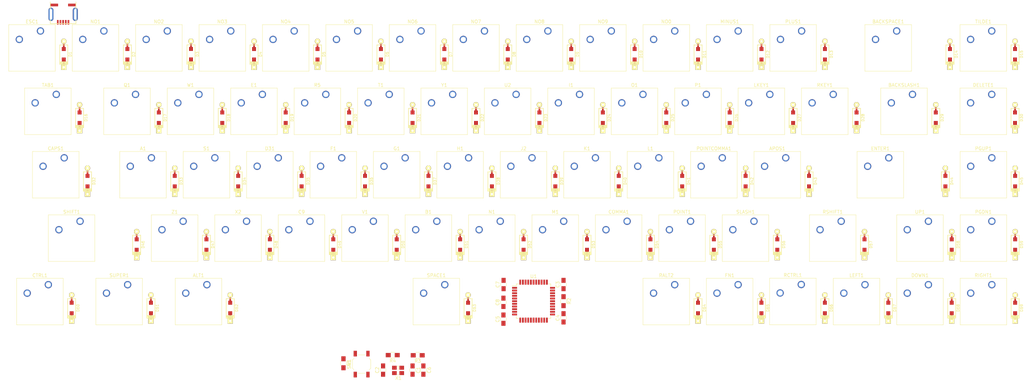
<source format=kicad_pcb>
(kicad_pcb (version 20171130) (host pcbnew "(5.1.4)-1")
  (layers (0 F.Cu signal) (31 B.Cu signal) (34 B.Paste user) (35 F.Paste user) (36 B.SilkS user) (37 F.SilkS user) (38 B.Mask user) (39 F.Mask user) (44 Edge.Cuts user))
  (net 0 "")
  (net 1 "Net-(A1-Pad2)")
  (net 2 /col2)
  (net 3 /col3)
  (net 4 "Net-(ALT1-Pad2)")
  (net 5 /col10)
  (net 6 "Net-(APOS1-Pad2)")
  (net 7 /col12)
  (net 8 "Net-(B1-Pad2)")
  (net 9 /col7)
  (net 10 /col14)
  (net 11 "Net-(BACKSLASH1-Pad2)")
  (net 12 "Net-(BACKSPACE1-Pad2)")
  (net 13 GND)
  (net 14 "Net-(C1-Pad1)")
  (net 15 "Net-(C2-Pad1)")
  (net 16 VCC)
  (net 17 "Net-(C8-Pad1)")
  (net 18 /col5)
  (net 19 "Net-(C9-Pad2)")
  (net 20 /col1)
  (net 21 "Net-(CAPS1-Pad2)")
  (net 22 "Net-(COMMA1-Pad2)")
  (net 23 "Net-(CTRL1-Pad2)")
  (net 24 "Net-(D1-Pad2)")
  (net 25 /row1)
  (net 26 "Net-(D2-Pad2)")
  (net 27 "Net-(D3-Pad2)")
  (net 28 "Net-(D4-Pad2)")
  (net 29 "Net-(D5-Pad2)")
  (net 30 "Net-(D6-Pad2)")
  (net 31 "Net-(D7-Pad2)")
  (net 32 "Net-(D8-Pad2)")
  (net 33 "Net-(D9-Pad2)")
  (net 34 "Net-(D10-Pad2)")
  (net 35 "Net-(D11-Pad2)")
  (net 36 "Net-(D12-Pad2)")
  (net 37 "Net-(D13-Pad2)")
  (net 38 "Net-(D15-Pad2)")
  (net 39 "Net-(D16-Pad2)")
  (net 40 /row2)
  (net 41 "Net-(D17-Pad2)")
  (net 42 "Net-(D18-Pad2)")
  (net 43 "Net-(D19-Pad2)")
  (net 44 "Net-(D20-Pad2)")
  (net 45 "Net-(D21-Pad2)")
  (net 46 "Net-(D22-Pad2)")
  (net 47 "Net-(D23-Pad2)")
  (net 48 "Net-(D24-Pad2)")
  (net 49 "Net-(D25-Pad2)")
  (net 50 "Net-(D26-Pad2)")
  (net 51 "Net-(D27-Pad2)")
  (net 52 "Net-(D28-Pad2)")
  (net 53 "Net-(D30-Pad2)")
  (net 54 /col4)
  (net 55 "Net-(D31-Pad2)")
  (net 56 /row3)
  (net 57 "Net-(D34-Pad2)")
  (net 58 "Net-(D36-Pad2)")
  (net 59 "Net-(D37-Pad2)")
  (net 60 "Net-(D38-Pad2)")
  (net 61 "Net-(D39-Pad2)")
  (net 62 "Net-(D40-Pad2)")
  (net 63 "Net-(D41-Pad2)")
  (net 64 "Net-(D42-Pad2)")
  (net 65 "Net-(D44-Pad2)")
  (net 66 "Net-(D45-Pad2)")
  (net 67 "Net-(D46-Pad2)")
  (net 68 /row4)
  (net 69 "Net-(D47-Pad2)")
  (net 70 "Net-(D48-Pad2)")
  (net 71 "Net-(D50-Pad2)")
  (net 72 "Net-(D52-Pad2)")
  (net 73 "Net-(D53-Pad2)")
  (net 74 "Net-(D55-Pad2)")
  (net 75 "Net-(D56-Pad2)")
  (net 76 "Net-(D57-Pad2)")
  (net 77 "Net-(D58-Pad2)")
  (net 78 "Net-(D59-Pad2)")
  (net 79 /row5)
  (net 80 "Net-(D61-Pad2)")
  (net 81 "Net-(D63-Pad2)")
  (net 82 "Net-(D65-Pad2)")
  (net 83 "Net-(D66-Pad2)")
  (net 84 "Net-(D67-Pad2)")
  (net 85 "Net-(D68-Pad2)")
  (net 86 "Net-(D69-Pad2)")
  (net 87 /col15)
  (net 88 /col13)
  (net 89 /col11)
  (net 90 /col6)
  (net 91 /col9)
  (net 92 "Net-(J1-Pad2)")
  (net 93 "Net-(J1-Pad3)")
  (net 94 "Net-(J1-Pad4)")
  (net 95 /col8)
  (net 96 "Net-(R1-Pad1)")
  (net 97 "Net-(R2-Pad2)")
  (net 98 "Net-(R3-Pad1)")
  (net 99 "Net-(R4-Pad1)")
  (net 100 "Net-(U1-Pad1)")
  (net 101 "Net-(U1-Pad19)")
  (net 102 "Net-(U1-Pad20)")
  (net 103 "Net-(U1-Pad21)")
  (net 104 "Net-(U1-Pad22)")
  (net 105 "Net-(U1-Pad42)")
  (net 106 "Net-(D64-Pad2)")
  (module Button_Switch_Keyboard:SW_Cherry_MX_2.00u_PCB (layer F.Cu) (at 286.75 31.9)
    (fp_text reference BACKSPACE1 (at -2.54 -2.794) (layer F.SilkS))
    (fp_text value KEYSW)
    (pad "" np_thru_hole circle (at 9.36 -1.92) (size 3.05 3.05) (drill 3.05) (layers *.Cu *.Mask))
    (pad "" np_thru_hole circle (at -14.44 -1.92) (size 3.05 3.05) (drill 3.05) (layers *.Cu *.Mask))
    (pad "" np_thru_hole circle (at -14.44 13.32) (size 4 4) (drill 4) (layers *.Cu *.Mask))
    (pad "" np_thru_hole circle (at 9.36 13.32) (size 4 4) (drill 4) (layers *.Cu *.Mask))
    (pad "" np_thru_hole circle (at -2.54 5.08) (size 4 4) (drill 4) (layers *.Cu *.Mask))
    (pad 2 thru_hole circle (at -6.35 2.54) (size 2.2 2.2) (drill 1.5) (layers *.Cu *.Mask) (net 12 "Net-(BACKSPACE1-Pad2)"))
    (pad 1 thru_hole circle (at 0 0) (size 2.2 2.2) (drill 1.5) (layers *.Cu *.Mask) (net 10 /col14))
  )
  (module Button_Switch_Keyboard:SW_Cherry_MX_2.25u_PCB (layer F.Cu) (at 41.494 89.05)
    (fp_text reference SHIFT1 (at -2.54 -2.794) (layer F.SilkS))
    (fp_text value KEYSW)
    (pad "" np_thru_hole circle (at 9.36 -1.92) (size 3.05 3.05) (drill 3.05) (layers *.Cu *.Mask))
    (pad "" np_thru_hole circle (at -14.44 -1.92) (size 3.05 3.05) (drill 3.05) (layers *.Cu *.Mask))
    (pad "" np_thru_hole circle (at -14.44 13.32) (size 4 4) (drill 4) (layers *.Cu *.Mask))
    (pad "" np_thru_hole circle (at 9.36 13.32) (size 4 4) (drill 4) (layers *.Cu *.Mask))
    (pad "" np_thru_hole circle (at -2.54 5.08) (size 4 4) (drill 4) (layers *.Cu *.Mask))
    (pad 2 thru_hole circle (at -6.35 2.54) (size 2.2 2.2) (drill 1.5) (layers *.Cu *.Mask) (net 67 "Net-(D46-Pad2)"))
    (pad 1 thru_hole circle (at 0 0) (size 2.2 2.2) (drill 1.5) (layers *.Cu *.Mask) (net 20 /col1))
  )
  (module Button_Switch_Keyboard:SW_Cherry_MX_2.25u_PCB (layer F.Cu) (at 284.38 70)
    (fp_text reference ENTER1 (at -2.54 -2.794) (layer F.SilkS))
    (fp_text value KEYSW)
    (pad "" np_thru_hole circle (at 9.36 -1.92) (size 3.05 3.05) (drill 3.05) (layers *.Cu *.Mask))
    (pad "" np_thru_hole circle (at -14.44 -1.92) (size 3.05 3.05) (drill 3.05) (layers *.Cu *.Mask))
    (pad "" np_thru_hole circle (at -14.44 13.32) (size 4 4) (drill 4) (layers *.Cu *.Mask))
    (pad "" np_thru_hole circle (at 9.36 13.32) (size 4 4) (drill 4) (layers *.Cu *.Mask))
    (pad "" np_thru_hole circle (at -2.54 5.08) (size 4 4) (drill 4) (layers *.Cu *.Mask))
    (pad 2 thru_hole circle (at -6.35 2.54) (size 2.2 2.2) (drill 1.5) (layers *.Cu *.Mask) (net 65 "Net-(D44-Pad2)"))
    (pad 1 thru_hole circle (at 0 0) (size 2.2 2.2) (drill 1.5) (layers *.Cu *.Mask) (net 88 /col13))
  )
  (module Button_Switch_Keyboard:SW_Cherry_MX_6.25u_PCB (layer F.Cu) (at 151.029 108.1)
    (fp_text reference SPACE1 (at -2.54 -2.794) (layer F.SilkS))
    (fp_text value KEYSW)
    (pad "" np_thru_hole circle (at 47.46 -1.92) (size 3.05 3.05) (drill 3.05) (layers *.Cu *.Mask))
    (pad "" np_thru_hole circle (at -52.54 -1.92) (size 3.05 3.05) (drill 3.05) (layers *.Cu *.Mask))
    (pad "" np_thru_hole circle (at -52.54 13.32) (size 4 4) (drill 4) (layers *.Cu *.Mask))
    (pad "" np_thru_hole circle (at 47.46 13.32) (size 4 4) (drill 4) (layers *.Cu *.Mask))
    (pad "" np_thru_hole circle (at -2.54 5.08) (size 4 4) (drill 4) (layers *.Cu *.Mask))
    (pad 2 thru_hole circle (at -6.35 2.54) (size 2.2 2.2) (drill 1.5) (layers *.Cu *.Mask) (net 81 "Net-(D63-Pad2)"))
    (pad 1 thru_hole circle (at 0 0) (size 2.2 2.2) (drill 1.5) (layers *.Cu *.Mask) (net 54 /col4))
  )
  (module oldstuff:R_0805_HandSoldering (layer F.Cu) (at 135.4 129.25 180)
    (fp_text reference R4 (at 0 -1.7) (layer F.SilkS))
    (fp_text value 22)
    (pad 2 smd rect (at 1.35 0 180) (size 1.5 1.3) (layers F.Cu F.Paste F.Mask) (net 93 "Net-(J1-Pad3)"))
    (pad 1 smd rect (at -1.35 0 180) (size 1.5 1.3) (layers F.Cu F.Paste F.Mask) (net 99 "Net-(R4-Pad1)"))
  )
  (module oldstuff:R_0805_HandSoldering (layer F.Cu) (at 142.9 129.3 180)
    (fp_text reference R3 (at 0 -1.7) (layer F.SilkS))
    (fp_text value 22)
    (pad 2 smd rect (at 1.35 0 180) (size 1.5 1.3) (layers F.Cu F.Paste F.Mask) (net 92 "Net-(J1-Pad2)"))
    (pad 1 smd rect (at -1.35 0 180) (size 1.5 1.3) (layers F.Cu F.Paste F.Mask) (net 98 "Net-(R3-Pad1)"))
  )
  (module oldstuff:R_0805_HandSoldering (layer F.Cu) (at 186.694 113.05 270)
    (fp_text reference R2 (at 0 -1.7 90) (layer F.SilkS))
    (fp_text value 10k)
    (pad 2 smd rect (at 1.35 0 270) (size 1.5 1.3) (layers F.Cu F.Paste F.Mask) (net 97 "Net-(R2-Pad2)"))
    (pad 1 smd rect (at -1.35 0 270) (size 1.5 1.3) (layers F.Cu F.Paste F.Mask) (net 13 GND))
  )
  (module oldstuff:R_0805_HandSoldering (layer F.Cu) (at 120.6 131.7 270)
    (fp_text reference R1 (at 0 -1.7 90) (layer F.SilkS))
    (fp_text value 10k)
    (pad 2 smd rect (at 1.35 0 270) (size 1.5 1.3) (layers F.Cu F.Paste F.Mask) (net 16 VCC))
    (pad 1 smd rect (at -1.35 0 270) (size 1.5 1.3) (layers F.Cu F.Paste F.Mask) (net 96 "Net-(R1-Pad1)"))
  )
  (module oldstuff:C_0805_HandSoldering (layer F.Cu) (at 168.644 113.4 90)
    (fp_text reference C8 (at 0 -1.75 90) (layer F.SilkS))
    (fp_text value 1u)
    (pad 2 smd rect (at 1.25 0 90) (size 1.5 1.25) (layers F.Cu F.Paste F.Mask) (net 13 GND))
    (pad 1 smd rect (at -1.25 0 90) (size 1.5 1.25) (layers F.Cu F.Paste F.Mask) (net 17 "Net-(C8-Pad1)"))
  )
  (module oldstuff:C_0805_HandSoldering (layer F.Cu) (at 168.694 108.05 90)
    (fp_text reference C7 (at 0 -1.75 90) (layer F.SilkS))
    (fp_text value 4.7u)
    (pad 2 smd rect (at 1.25 0 90) (size 1.5 1.25) (layers F.Cu F.Paste F.Mask) (net 16 VCC))
    (pad 1 smd rect (at -1.25 0 90) (size 1.5 1.25) (layers F.Cu F.Paste F.Mask) (net 13 GND))
  )
  (module oldstuff:C_0805_HandSoldering (layer F.Cu) (at 144.6 133.75 270)
    (fp_text reference C6 (at 0 -1.75 90) (layer F.SilkS))
    (fp_text value 0.1u)
    (pad 2 smd rect (at 1.25 0 270) (size 1.5 1.25) (layers F.Cu F.Paste F.Mask) (net 16 VCC))
    (pad 1 smd rect (at -1.25 0 270) (size 1.5 1.25) (layers F.Cu F.Paste F.Mask) (net 13 GND))
  )
  (module oldstuff:C_0805_HandSoldering (layer F.Cu) (at 168.644 118.45 90)
    (fp_text reference C5 (at 0 -1.75 90) (layer F.SilkS))
    (fp_text value 0.1u)
    (pad 2 smd rect (at 1.25 0 90) (size 1.5 1.25) (layers F.Cu F.Paste F.Mask) (net 16 VCC))
    (pad 1 smd rect (at -1.25 0 90) (size 1.5 1.25) (layers F.Cu F.Paste F.Mask) (net 13 GND))
  )
  (module oldstuff:C_0805_HandSoldering (layer F.Cu) (at 186.694 118.05 90)
    (fp_text reference C4 (at 0 -1.75 90) (layer F.SilkS))
    (fp_text value 0.1u)
    (pad 2 smd rect (at 1.25 0 90) (size 1.5 1.25) (layers F.Cu F.Paste F.Mask) (net 16 VCC))
    (pad 1 smd rect (at -1.25 0 90) (size 1.5 1.25) (layers F.Cu F.Paste F.Mask) (net 13 GND))
  )
  (module oldstuff:C_0805_HandSoldering (layer F.Cu) (at 186.694 108.05 90)
    (fp_text reference C3 (at 0 -1.75 90) (layer F.SilkS))
    (fp_text value 0.1u)
    (pad 2 smd rect (at 1.25 0 90) (size 1.5 1.25) (layers F.Cu F.Paste F.Mask) (net 16 VCC))
    (pad 1 smd rect (at -1.25 0 90) (size 1.5 1.25) (layers F.Cu F.Paste F.Mask) (net 13 GND))
  )
  (module oldstuff:C_0805_HandSoldering (layer F.Cu) (at 132.5 133.75 90)
    (fp_text reference C2 (at 0 -1.75 90) (layer F.SilkS))
    (fp_text value 22p)
    (pad 2 smd rect (at 1.25 0 90) (size 1.5 1.25) (layers F.Cu F.Paste F.Mask) (net 13 GND))
    (pad 1 smd rect (at -1.25 0 90) (size 1.5 1.25) (layers F.Cu F.Paste F.Mask) (net 15 "Net-(C2-Pad1)"))
  )
  (module oldstuff:C_0805_HandSoldering (layer F.Cu) (at 141.35 133.75 270)
    (fp_text reference C1 (at 0 -1.75 90) (layer F.SilkS))
    (fp_text value 22p)
    (pad 2 smd rect (at 1.25 0 270) (size 1.5 1.25) (layers F.Cu F.Paste F.Mask) (net 13 GND))
    (pad 1 smd rect (at -1.25 0 270) (size 1.5 1.25) (layers F.Cu F.Paste F.Mask) (net 14 "Net-(C1-Pad1)"))
  )
  (module Button_Switch_Keyboard:SW_Cherry_MX_1.00u_Plate (layer F.Cu) (at 62.93 70)
    (fp_text reference A1 (at -2.54 -2.794) (layer F.SilkS))
    (fp_text value KEYSW)
    (pad "" np_thru_hole circle (at -2.54 5.08) (size 4 4) (drill 4) (layers *.Cu *.Mask))
    (pad 2 thru_hole circle (at -6.35 2.54) (size 2.2 2.2) (drill 1.5) (layers *.Cu *.Mask) (net 1 "Net-(A1-Pad2)"))
    (pad 1 thru_hole circle (at 0 0) (size 2.2 2.2) (drill 1.5) (layers *.Cu *.Mask) (net 2 /col2))
  )
  (module Button_Switch_Keyboard:SW_Cherry_MX_1.25u_Plate (layer F.Cu) (at 79.589 108.1)
    (fp_text reference ALT1 (at -2.54 -2.794) (layer F.SilkS))
    (fp_text value KEYSW)
    (pad 1 thru_hole circle (at 0 0) (size 2.2 2.2) (drill 1.5) (layers *.Cu *.Mask) (net 3 /col3))
    (pad 2 thru_hole circle (at -6.35 2.54) (size 2.2 2.2) (drill 1.5) (layers *.Cu *.Mask) (net 4 "Net-(ALT1-Pad2)"))
    (pad "" np_thru_hole circle (at -2.54 5.08) (size 4 4) (drill 4) (layers *.Cu *.Mask))
  )
  (module Button_Switch_Keyboard:SW_Cherry_MX_1.00u_Plate (layer F.Cu) (at 220.084 108.1)
    (fp_text reference RALT2 (at -2.54 -2.794) (layer F.SilkS))
    (fp_text value KEYSW)
    (pad "" np_thru_hole circle (at -2.54 5.08) (size 4 4) (drill 4) (layers *.Cu *.Mask))
    (pad 2 thru_hole circle (at -6.35 2.54) (size 2.2 2.2) (drill 1.5) (layers *.Cu *.Mask) (net 106 "Net-(D64-Pad2)"))
    (pad 1 thru_hole circle (at 0 0) (size 2.2 2.2) (drill 1.5) (layers *.Cu *.Mask) (net 5 /col10))
  )
  (module Button_Switch_Keyboard:SW_Cherry_MX_1.00u_Plate (layer F.Cu) (at 253.43 70)
    (fp_text reference APOS1 (at -2.54 -2.794) (layer F.SilkS))
    (fp_text value KEYSW)
    (pad "" np_thru_hole circle (at -2.54 5.08) (size 4 4) (drill 4) (layers *.Cu *.Mask))
    (pad 2 thru_hole circle (at -6.35 2.54) (size 2.2 2.2) (drill 1.5) (layers *.Cu *.Mask) (net 6 "Net-(APOS1-Pad2)"))
    (pad 1 thru_hole circle (at 0 0) (size 2.2 2.2) (drill 1.5) (layers *.Cu *.Mask) (net 7 /col12))
  )
  (module Button_Switch_Keyboard:SW_Cherry_MX_1.00u_Plate (layer F.Cu) (at 148.644 89.05)
    (fp_text reference B1 (at -2.54 -2.794) (layer F.SilkS))
    (fp_text value KEYSW)
    (pad "" np_thru_hole circle (at -2.54 5.08) (size 4 4) (drill 4) (layers *.Cu *.Mask))
    (pad 2 thru_hole circle (at -6.35 2.54) (size 2.2 2.2) (drill 1.5) (layers *.Cu *.Mask) (net 8 "Net-(B1-Pad2)"))
    (pad 1 thru_hole circle (at 0 0) (size 2.2 2.2) (drill 1.5) (layers *.Cu *.Mask) (net 9 /col7))
  )
  (module Button_Switch_Keyboard:SW_Cherry_MX_1.50u_Plate (layer F.Cu) (at 291.5 50.95)
    (fp_text reference BACKSLASH1 (at -2.54 -2.794) (layer F.SilkS))
    (fp_text value KEYSW)
    (pad 1 thru_hole circle (at 0 0) (size 2.2 2.2) (drill 1.5) (layers *.Cu *.Mask) (net 10 /col14))
    (pad 2 thru_hole circle (at -6.35 2.54) (size 2.2 2.2) (drill 1.5) (layers *.Cu *.Mask) (net 11 "Net-(BACKSLASH1-Pad2)"))
    (pad "" np_thru_hole circle (at -2.54 5.08) (size 4 4) (drill 4) (layers *.Cu *.Mask))
  )
  (module Button_Switch_Keyboard:SW_Cherry_MX_1.00u_Plate (layer F.Cu) (at 110.544 89.05)
    (fp_text reference C9 (at -2.54 -2.794) (layer F.SilkS))
    (fp_text value KEYSW)
    (pad 1 thru_hole circle (at 0 0) (size 2.2 2.2) (drill 1.5) (layers *.Cu *.Mask) (net 18 /col5))
    (pad 2 thru_hole circle (at -6.35 2.54) (size 2.2 2.2) (drill 1.5) (layers *.Cu *.Mask) (net 19 "Net-(C9-Pad2)"))
    (pad "" np_thru_hole circle (at -2.54 5.08) (size 4 4) (drill 4) (layers *.Cu *.Mask))
  )
  (module Button_Switch_Keyboard:SW_Cherry_MX_1.75u_Plate (layer F.Cu) (at 36.73 70)
    (fp_text reference CAPS1 (at -2.54 -2.794) (layer F.SilkS))
    (fp_text value KEYSW)
    (pad 1 thru_hole circle (at 0 0) (size 2.2 2.2) (drill 1.5) (layers *.Cu *.Mask) (net 20 /col1))
    (pad 2 thru_hole circle (at -6.35 2.54) (size 2.2 2.2) (drill 1.5) (layers *.Cu *.Mask) (net 21 "Net-(CAPS1-Pad2)"))
    (pad "" np_thru_hole circle (at -2.54 5.08) (size 4 4) (drill 4) (layers *.Cu *.Mask))
  )
  (module Button_Switch_Keyboard:SW_Cherry_MX_1.00u_Plate (layer F.Cu) (at 205.794 89.05)
    (fp_text reference COMMA1 (at -2.54 -2.794) (layer F.SilkS))
    (fp_text value KEYSW)
    (pad "" np_thru_hole circle (at -2.54 5.08) (size 4 4) (drill 4) (layers *.Cu *.Mask))
    (pad 2 thru_hole circle (at -6.35 2.54) (size 2.2 2.2) (drill 1.5) (layers *.Cu *.Mask) (net 22 "Net-(COMMA1-Pad2)"))
    (pad 1 thru_hole circle (at 0 0) (size 2.2 2.2) (drill 1.5) (layers *.Cu *.Mask) (net 5 /col10))
  )
  (module Button_Switch_Keyboard:SW_Cherry_MX_1.25u_Plate (layer F.Cu) (at 31.969 108.1)
    (fp_text reference CTRL1 (at -2.54 -2.794) (layer F.SilkS))
    (fp_text value KEYSW)
    (pad 1 thru_hole circle (at 0 0) (size 2.2 2.2) (drill 1.5) (layers *.Cu *.Mask) (net 20 /col1))
    (pad 2 thru_hole circle (at -6.35 2.54) (size 2.2 2.2) (drill 1.5) (layers *.Cu *.Mask) (net 23 "Net-(CTRL1-Pad2)"))
    (pad "" np_thru_hole circle (at -2.54 5.08) (size 4 4) (drill 4) (layers *.Cu *.Mask))
  )
  (module keyboard_parts:D_SOD123_axial (layer F.Cu) (at 36.6 38.9 90)
    (fp_text reference D1 (at 0 1.925 90) (layer F.SilkS) (effects (font (size 0.8 0.8))))
    (fp_text value D hide)
    (pad 2 smd rect (at 1.575 0 90) (size 1.2 1.2) (layers F.Cu F.Paste F.Mask) (net 24 "Net-(D1-Pad2)"))
    (pad 1 smd rect (at -1.575 0 90) (size 1.2 1.2) (layers F.Cu F.Paste F.Mask) (net 25 /row1))
    (pad 1 thru_hole rect (at -3.9 0 90) (size 1.6 1.6) (drill 0.7) (layers *.Cu *.Mask F.SilkS) (net 25 /row1))
    (pad 2 thru_hole circle (at 3.9 0 90) (size 1.6 1.6) (drill 0.7) (layers *.Cu *.Mask F.SilkS) (net 24 "Net-(D1-Pad2)"))
    (pad 1 smd rect (at -2.7 0 90) (size 2.5 0.5) (layers F.Cu) (net 25 /row1))
    (pad 2 smd rect (at 2.7 0 90) (size 2.5 0.5) (layers F.Cu) (net 24 "Net-(D1-Pad2)"))
  )
  (module keyboard_parts:D_SOD123_axial (layer F.Cu) (at 55.7 38.9 90)
    (fp_text reference D2 (at 0 1.925 90) (layer F.SilkS) (effects (font (size 0.8 0.8))))
    (fp_text value D hide)
    (pad 2 smd rect (at 1.575 0 90) (size 1.2 1.2) (layers F.Cu F.Paste F.Mask) (net 26 "Net-(D2-Pad2)"))
    (pad 1 smd rect (at -1.575 0 90) (size 1.2 1.2) (layers F.Cu F.Paste F.Mask) (net 25 /row1))
    (pad 1 thru_hole rect (at -3.9 0 90) (size 1.6 1.6) (drill 0.7) (layers *.Cu *.Mask F.SilkS) (net 25 /row1))
    (pad 2 thru_hole circle (at 3.9 0 90) (size 1.6 1.6) (drill 0.7) (layers *.Cu *.Mask F.SilkS) (net 26 "Net-(D2-Pad2)"))
    (pad 1 smd rect (at -2.7 0 90) (size 2.5 0.5) (layers F.Cu) (net 25 /row1))
    (pad 2 smd rect (at 2.7 0 90) (size 2.5 0.5) (layers F.Cu) (net 26 "Net-(D2-Pad2)"))
  )
  (module keyboard_parts:D_SOD123_axial (layer F.Cu) (at 74.81 38.87 90)
    (fp_text reference D3 (at 0 1.925 270) (layer F.SilkS) (effects (font (size 0.8 0.8))))
    (fp_text value D hide)
    (pad 2 smd rect (at 2.7 0 90) (size 2.5 0.5) (layers F.Cu) (net 27 "Net-(D3-Pad2)"))
    (pad 1 smd rect (at -2.7 0 90) (size 2.5 0.5) (layers F.Cu) (net 25 /row1))
    (pad 2 thru_hole circle (at 3.9 0 90) (size 1.6 1.6) (drill 0.7) (layers *.Cu *.Mask F.SilkS) (net 27 "Net-(D3-Pad2)"))
    (pad 1 thru_hole rect (at -3.9 0 90) (size 1.6 1.6) (drill 0.7) (layers *.Cu *.Mask F.SilkS) (net 25 /row1))
    (pad 1 smd rect (at -1.575 0 90) (size 1.2 1.2) (layers F.Cu F.Paste F.Mask) (net 25 /row1))
    (pad 2 smd rect (at 1.575 0 90) (size 1.2 1.2) (layers F.Cu F.Paste F.Mask) (net 27 "Net-(D3-Pad2)"))
  )
  (module keyboard_parts:D_SOD123_axial (layer F.Cu) (at 93.75 38.9 90)
    (fp_text reference D4 (at 0 1.925 90) (layer F.SilkS) (effects (font (size 0.8 0.8))))
    (fp_text value D hide)
    (pad 2 smd rect (at 1.575 0 90) (size 1.2 1.2) (layers F.Cu F.Paste F.Mask) (net 28 "Net-(D4-Pad2)"))
    (pad 1 smd rect (at -1.575 0 90) (size 1.2 1.2) (layers F.Cu F.Paste F.Mask) (net 25 /row1))
    (pad 1 thru_hole rect (at -3.9 0 90) (size 1.6 1.6) (drill 0.7) (layers *.Cu *.Mask F.SilkS) (net 25 /row1))
    (pad 2 thru_hole circle (at 3.9 0 90) (size 1.6 1.6) (drill 0.7) (layers *.Cu *.Mask F.SilkS) (net 28 "Net-(D4-Pad2)"))
    (pad 1 smd rect (at -2.7 0 90) (size 2.5 0.5) (layers F.Cu) (net 25 /row1))
    (pad 2 smd rect (at 2.7 0 90) (size 2.5 0.5) (layers F.Cu) (net 28 "Net-(D4-Pad2)"))
  )
  (module keyboard_parts:D_SOD123_axial (layer F.Cu) (at 112.8 38.9 90)
    (fp_text reference D5 (at 0 1.925 90) (layer F.SilkS) (effects (font (size 0.8 0.8))))
    (fp_text value D hide)
    (pad 2 smd rect (at 1.575 0 90) (size 1.2 1.2) (layers F.Cu F.Paste F.Mask) (net 29 "Net-(D5-Pad2)"))
    (pad 1 smd rect (at -1.575 0 90) (size 1.2 1.2) (layers F.Cu F.Paste F.Mask) (net 25 /row1))
    (pad 1 thru_hole rect (at -3.9 0 90) (size 1.6 1.6) (drill 0.7) (layers *.Cu *.Mask F.SilkS) (net 25 /row1))
    (pad 2 thru_hole circle (at 3.9 0 90) (size 1.6 1.6) (drill 0.7) (layers *.Cu *.Mask F.SilkS) (net 29 "Net-(D5-Pad2)"))
    (pad 1 smd rect (at -2.7 0 90) (size 2.5 0.5) (layers F.Cu) (net 25 /row1))
    (pad 2 smd rect (at 2.7 0 90) (size 2.5 0.5) (layers F.Cu) (net 29 "Net-(D5-Pad2)"))
  )
  (module keyboard_parts:D_SOD123_axial (layer F.Cu) (at 131.85 38.9 90)
    (fp_text reference D6 (at 0 1.925 90) (layer F.SilkS) (effects (font (size 0.8 0.8))))
    (fp_text value D hide)
    (pad 2 smd rect (at 2.7 0 90) (size 2.5 0.5) (layers F.Cu) (net 30 "Net-(D6-Pad2)"))
    (pad 1 smd rect (at -2.7 0 90) (size 2.5 0.5) (layers F.Cu) (net 25 /row1))
    (pad 2 thru_hole circle (at 3.9 0 90) (size 1.6 1.6) (drill 0.7) (layers *.Cu *.Mask F.SilkS) (net 30 "Net-(D6-Pad2)"))
    (pad 1 thru_hole rect (at -3.9 0 90) (size 1.6 1.6) (drill 0.7) (layers *.Cu *.Mask F.SilkS) (net 25 /row1))
    (pad 1 smd rect (at -1.575 0 90) (size 1.2 1.2) (layers F.Cu F.Paste F.Mask) (net 25 /row1))
    (pad 2 smd rect (at 1.575 0 90) (size 1.2 1.2) (layers F.Cu F.Paste F.Mask) (net 30 "Net-(D6-Pad2)"))
  )
  (module keyboard_parts:D_SOD123_axial (layer F.Cu) (at 150.9 38.9 90)
    (fp_text reference D7 (at 0 1.925 90) (layer F.SilkS) (effects (font (size 0.8 0.8))))
    (fp_text value D hide)
    (pad 2 smd rect (at 2.7 0 90) (size 2.5 0.5) (layers F.Cu) (net 31 "Net-(D7-Pad2)"))
    (pad 1 smd rect (at -2.7 0 90) (size 2.5 0.5) (layers F.Cu) (net 25 /row1))
    (pad 2 thru_hole circle (at 3.9 0 90) (size 1.6 1.6) (drill 0.7) (layers *.Cu *.Mask F.SilkS) (net 31 "Net-(D7-Pad2)"))
    (pad 1 thru_hole rect (at -3.9 0 90) (size 1.6 1.6) (drill 0.7) (layers *.Cu *.Mask F.SilkS) (net 25 /row1))
    (pad 1 smd rect (at -1.575 0 90) (size 1.2 1.2) (layers F.Cu F.Paste F.Mask) (net 25 /row1))
    (pad 2 smd rect (at 1.575 0 90) (size 1.2 1.2) (layers F.Cu F.Paste F.Mask) (net 31 "Net-(D7-Pad2)"))
  )
  (module keyboard_parts:D_SOD123_axial (layer F.Cu) (at 169.95 38.9 90)
    (fp_text reference D8 (at 0 1.925 90) (layer F.SilkS) (effects (font (size 0.8 0.8))))
    (fp_text value D hide)
    (pad 2 smd rect (at 2.7 0 90) (size 2.5 0.5) (layers F.Cu) (net 32 "Net-(D8-Pad2)"))
    (pad 1 smd rect (at -2.7 0 90) (size 2.5 0.5) (layers F.Cu) (net 25 /row1))
    (pad 2 thru_hole circle (at 3.9 0 90) (size 1.6 1.6) (drill 0.7) (layers *.Cu *.Mask F.SilkS) (net 32 "Net-(D8-Pad2)"))
    (pad 1 thru_hole rect (at -3.9 0 90) (size 1.6 1.6) (drill 0.7) (layers *.Cu *.Mask F.SilkS) (net 25 /row1))
    (pad 1 smd rect (at -1.575 0 90) (size 1.2 1.2) (layers F.Cu F.Paste F.Mask) (net 25 /row1))
    (pad 2 smd rect (at 1.575 0 90) (size 1.2 1.2) (layers F.Cu F.Paste F.Mask) (net 32 "Net-(D8-Pad2)"))
  )
  (module keyboard_parts:D_SOD123_axial (layer F.Cu) (at 189 38.9 90)
    (fp_text reference D9 (at 0 1.925 90) (layer F.SilkS) (effects (font (size 0.8 0.8))))
    (fp_text value D hide)
    (pad 2 smd rect (at 2.7 0 90) (size 2.5 0.5) (layers F.Cu) (net 33 "Net-(D9-Pad2)"))
    (pad 1 smd rect (at -2.7 0 90) (size 2.5 0.5) (layers F.Cu) (net 25 /row1))
    (pad 2 thru_hole circle (at 3.9 0 90) (size 1.6 1.6) (drill 0.7) (layers *.Cu *.Mask F.SilkS) (net 33 "Net-(D9-Pad2)"))
    (pad 1 thru_hole rect (at -3.9 0 90) (size 1.6 1.6) (drill 0.7) (layers *.Cu *.Mask F.SilkS) (net 25 /row1))
    (pad 1 smd rect (at -1.575 0 90) (size 1.2 1.2) (layers F.Cu F.Paste F.Mask) (net 25 /row1))
    (pad 2 smd rect (at 1.575 0 90) (size 1.2 1.2) (layers F.Cu F.Paste F.Mask) (net 33 "Net-(D9-Pad2)"))
  )
  (module keyboard_parts:D_SOD123_axial (layer F.Cu) (at 208.05 38.9 90)
    (fp_text reference D10 (at 0 1.925 90) (layer F.SilkS) (effects (font (size 0.8 0.8))))
    (fp_text value D hide)
    (pad 2 smd rect (at 2.7 0 90) (size 2.5 0.5) (layers F.Cu) (net 34 "Net-(D10-Pad2)"))
    (pad 1 smd rect (at -2.7 0 90) (size 2.5 0.5) (layers F.Cu) (net 25 /row1))
    (pad 2 thru_hole circle (at 3.9 0 90) (size 1.6 1.6) (drill 0.7) (layers *.Cu *.Mask F.SilkS) (net 34 "Net-(D10-Pad2)"))
    (pad 1 thru_hole rect (at -3.9 0 90) (size 1.6 1.6) (drill 0.7) (layers *.Cu *.Mask F.SilkS) (net 25 /row1))
    (pad 1 smd rect (at -1.575 0 90) (size 1.2 1.2) (layers F.Cu F.Paste F.Mask) (net 25 /row1))
    (pad 2 smd rect (at 1.575 0 90) (size 1.2 1.2) (layers F.Cu F.Paste F.Mask) (net 34 "Net-(D10-Pad2)"))
  )
  (module keyboard_parts:D_SOD123_axial (layer F.Cu) (at 227.1 38.9 90)
    (fp_text reference D11 (at 0 1.925 90) (layer F.SilkS) (effects (font (size 0.8 0.8))))
    (fp_text value D hide)
    (pad 2 smd rect (at 2.7 0 90) (size 2.5 0.5) (layers F.Cu) (net 35 "Net-(D11-Pad2)"))
    (pad 1 smd rect (at -2.7 0 90) (size 2.5 0.5) (layers F.Cu) (net 25 /row1))
    (pad 2 thru_hole circle (at 3.9 0 90) (size 1.6 1.6) (drill 0.7) (layers *.Cu *.Mask F.SilkS) (net 35 "Net-(D11-Pad2)"))
    (pad 1 thru_hole rect (at -3.9 0 90) (size 1.6 1.6) (drill 0.7) (layers *.Cu *.Mask F.SilkS) (net 25 /row1))
    (pad 1 smd rect (at -1.575 0 90) (size 1.2 1.2) (layers F.Cu F.Paste F.Mask) (net 25 /row1))
    (pad 2 smd rect (at 1.575 0 90) (size 1.2 1.2) (layers F.Cu F.Paste F.Mask) (net 35 "Net-(D11-Pad2)"))
  )
  (module keyboard_parts:D_SOD123_axial (layer F.Cu) (at 246.15 38.9 90)
    (fp_text reference D12 (at 0 1.925 90) (layer F.SilkS) (effects (font (size 0.8 0.8))))
    (fp_text value D hide)
    (pad 2 smd rect (at 1.575 0 90) (size 1.2 1.2) (layers F.Cu F.Paste F.Mask) (net 36 "Net-(D12-Pad2)"))
    (pad 1 smd rect (at -1.575 0 90) (size 1.2 1.2) (layers F.Cu F.Paste F.Mask) (net 25 /row1))
    (pad 1 thru_hole rect (at -3.9 0 90) (size 1.6 1.6) (drill 0.7) (layers *.Cu *.Mask F.SilkS) (net 25 /row1))
    (pad 2 thru_hole circle (at 3.9 0 90) (size 1.6 1.6) (drill 0.7) (layers *.Cu *.Mask F.SilkS) (net 36 "Net-(D12-Pad2)"))
    (pad 1 smd rect (at -2.7 0 90) (size 2.5 0.5) (layers F.Cu) (net 25 /row1))
    (pad 2 smd rect (at 2.7 0 90) (size 2.5 0.5) (layers F.Cu) (net 36 "Net-(D12-Pad2)"))
  )
  (module keyboard_parts:D_SOD123_axial (layer F.Cu) (at 265.2 38.9 90)
    (fp_text reference D13 (at 0 1.925 90) (layer F.SilkS) (effects (font (size 0.8 0.8))))
    (fp_text value D hide)
    (pad 2 smd rect (at 2.7 0 90) (size 2.5 0.5) (layers F.Cu) (net 37 "Net-(D13-Pad2)"))
    (pad 1 smd rect (at -2.7 0 90) (size 2.5 0.5) (layers F.Cu) (net 25 /row1))
    (pad 2 thru_hole circle (at 3.9 0 90) (size 1.6 1.6) (drill 0.7) (layers *.Cu *.Mask F.SilkS) (net 37 "Net-(D13-Pad2)"))
    (pad 1 thru_hole rect (at -3.9 0 90) (size 1.6 1.6) (drill 0.7) (layers *.Cu *.Mask F.SilkS) (net 25 /row1))
    (pad 1 smd rect (at -1.575 0 90) (size 1.2 1.2) (layers F.Cu F.Paste F.Mask) (net 25 /row1))
    (pad 2 smd rect (at 1.575 0 90) (size 1.2 1.2) (layers F.Cu F.Paste F.Mask) (net 37 "Net-(D13-Pad2)"))
  )
  (module keyboard_parts:D_SOD123_axial (layer F.Cu) (at 302.75 38.9 90)
    (fp_text reference D14 (at 0 1.925 90) (layer F.SilkS) (effects (font (size 0.8 0.8))))
    (fp_text value D hide)
    (pad 2 smd rect (at 1.575 0 90) (size 1.2 1.2) (layers F.Cu F.Paste F.Mask) (net 12 "Net-(BACKSPACE1-Pad2)"))
    (pad 1 smd rect (at -1.575 0 90) (size 1.2 1.2) (layers F.Cu F.Paste F.Mask) (net 25 /row1))
    (pad 1 thru_hole rect (at -3.9 0 90) (size 1.6 1.6) (drill 0.7) (layers *.Cu *.Mask F.SilkS) (net 25 /row1))
    (pad 2 thru_hole circle (at 3.9 0 90) (size 1.6 1.6) (drill 0.7) (layers *.Cu *.Mask F.SilkS) (net 12 "Net-(BACKSPACE1-Pad2)"))
    (pad 1 smd rect (at -2.7 0 90) (size 2.5 0.5) (layers F.Cu) (net 25 /row1))
    (pad 2 smd rect (at 2.7 0 90) (size 2.5 0.5) (layers F.Cu) (net 12 "Net-(BACKSPACE1-Pad2)"))
  )
  (module keyboard_parts:D_SOD123_axial (layer F.Cu) (at 322.3 38.9 90)
    (fp_text reference D15 (at 0 1.925 90) (layer F.SilkS) (effects (font (size 0.8 0.8))))
    (fp_text value D hide)
    (pad 2 smd rect (at 1.575 0 90) (size 1.2 1.2) (layers F.Cu F.Paste F.Mask) (net 38 "Net-(D15-Pad2)"))
    (pad 1 smd rect (at -1.575 0 90) (size 1.2 1.2) (layers F.Cu F.Paste F.Mask) (net 25 /row1))
    (pad 1 thru_hole rect (at -3.9 0 90) (size 1.6 1.6) (drill 0.7) (layers *.Cu *.Mask F.SilkS) (net 25 /row1))
    (pad 2 thru_hole circle (at 3.9 0 90) (size 1.6 1.6) (drill 0.7) (layers *.Cu *.Mask F.SilkS) (net 38 "Net-(D15-Pad2)"))
    (pad 1 smd rect (at -2.7 0 90) (size 2.5 0.5) (layers F.Cu) (net 25 /row1))
    (pad 2 smd rect (at 2.7 0 90) (size 2.5 0.5) (layers F.Cu) (net 38 "Net-(D15-Pad2)"))
  )
  (module keyboard_parts:D_SOD123_axial (layer F.Cu) (at 41.35 57.95 90)
    (fp_text reference D16 (at 0 1.925 90) (layer F.SilkS) (effects (font (size 0.8 0.8))))
    (fp_text value D hide)
    (pad 2 smd rect (at 1.575 0 90) (size 1.2 1.2) (layers F.Cu F.Paste F.Mask) (net 39 "Net-(D16-Pad2)"))
    (pad 1 smd rect (at -1.575 0 90) (size 1.2 1.2) (layers F.Cu F.Paste F.Mask) (net 40 /row2))
    (pad 1 thru_hole rect (at -3.9 0 90) (size 1.6 1.6) (drill 0.7) (layers *.Cu *.Mask F.SilkS) (net 40 /row2))
    (pad 2 thru_hole circle (at 3.9 0 90) (size 1.6 1.6) (drill 0.7) (layers *.Cu *.Mask F.SilkS) (net 39 "Net-(D16-Pad2)"))
    (pad 1 smd rect (at -2.7 0 90) (size 2.5 0.5) (layers F.Cu) (net 40 /row2))
    (pad 2 smd rect (at 2.7 0 90) (size 2.5 0.5) (layers F.Cu) (net 39 "Net-(D16-Pad2)"))
  )
  (module keyboard_parts:D_SOD123_axial (layer F.Cu) (at 65.15 57.95 90)
    (fp_text reference D17 (at 0 1.925 90) (layer F.SilkS) (effects (font (size 0.8 0.8))))
    (fp_text value D hide)
    (pad 2 smd rect (at 1.575 0 90) (size 1.2 1.2) (layers F.Cu F.Paste F.Mask) (net 41 "Net-(D17-Pad2)"))
    (pad 1 smd rect (at -1.575 0 90) (size 1.2 1.2) (layers F.Cu F.Paste F.Mask) (net 40 /row2))
    (pad 1 thru_hole rect (at -3.9 0 90) (size 1.6 1.6) (drill 0.7) (layers *.Cu *.Mask F.SilkS) (net 40 /row2))
    (pad 2 thru_hole circle (at 3.9 0 90) (size 1.6 1.6) (drill 0.7) (layers *.Cu *.Mask F.SilkS) (net 41 "Net-(D17-Pad2)"))
    (pad 1 smd rect (at -2.7 0 90) (size 2.5 0.5) (layers F.Cu) (net 40 /row2))
    (pad 2 smd rect (at 2.7 0 90) (size 2.5 0.5) (layers F.Cu) (net 41 "Net-(D17-Pad2)"))
  )
  (module keyboard_parts:D_SOD123_axial (layer F.Cu) (at 84.2 57.95 90)
    (fp_text reference D18 (at 0 1.925 90) (layer F.SilkS) (effects (font (size 0.8 0.8))))
    (fp_text value D hide)
    (pad 2 smd rect (at 2.7 0 90) (size 2.5 0.5) (layers F.Cu) (net 42 "Net-(D18-Pad2)"))
    (pad 1 smd rect (at -2.7 0 90) (size 2.5 0.5) (layers F.Cu) (net 40 /row2))
    (pad 2 thru_hole circle (at 3.9 0 90) (size 1.6 1.6) (drill 0.7) (layers *.Cu *.Mask F.SilkS) (net 42 "Net-(D18-Pad2)"))
    (pad 1 thru_hole rect (at -3.9 0 90) (size 1.6 1.6) (drill 0.7) (layers *.Cu *.Mask F.SilkS) (net 40 /row2))
    (pad 1 smd rect (at -1.575 0 90) (size 1.2 1.2) (layers F.Cu F.Paste F.Mask) (net 40 /row2))
    (pad 2 smd rect (at 1.575 0 90) (size 1.2 1.2) (layers F.Cu F.Paste F.Mask) (net 42 "Net-(D18-Pad2)"))
  )
  (module keyboard_parts:D_SOD123_axial (layer F.Cu) (at 103.25 57.95 90)
    (fp_text reference D19 (at 0 1.925 90) (layer F.SilkS) (effects (font (size 0.8 0.8))))
    (fp_text value D hide)
    (pad 2 smd rect (at 2.7 0 90) (size 2.5 0.5) (layers F.Cu) (net 43 "Net-(D19-Pad2)"))
    (pad 1 smd rect (at -2.7 0 90) (size 2.5 0.5) (layers F.Cu) (net 40 /row2))
    (pad 2 thru_hole circle (at 3.9 0 90) (size 1.6 1.6) (drill 0.7) (layers *.Cu *.Mask F.SilkS) (net 43 "Net-(D19-Pad2)"))
    (pad 1 thru_hole rect (at -3.9 0 90) (size 1.6 1.6) (drill 0.7) (layers *.Cu *.Mask F.SilkS) (net 40 /row2))
    (pad 1 smd rect (at -1.575 0 90) (size 1.2 1.2) (layers F.Cu F.Paste F.Mask) (net 40 /row2))
    (pad 2 smd rect (at 1.575 0 90) (size 1.2 1.2) (layers F.Cu F.Paste F.Mask) (net 43 "Net-(D19-Pad2)"))
  )
  (module keyboard_parts:D_SOD123_axial (layer F.Cu) (at 122.3 57.95 90)
    (fp_text reference D20 (at 0 1.925 90) (layer F.SilkS) (effects (font (size 0.8 0.8))))
    (fp_text value D hide)
    (pad 2 smd rect (at 2.7 0 90) (size 2.5 0.5) (layers F.Cu) (net 44 "Net-(D20-Pad2)"))
    (pad 1 smd rect (at -2.7 0 90) (size 2.5 0.5) (layers F.Cu) (net 40 /row2))
    (pad 2 thru_hole circle (at 3.9 0 90) (size 1.6 1.6) (drill 0.7) (layers *.Cu *.Mask F.SilkS) (net 44 "Net-(D20-Pad2)"))
    (pad 1 thru_hole rect (at -3.9 0 90) (size 1.6 1.6) (drill 0.7) (layers *.Cu *.Mask F.SilkS) (net 40 /row2))
    (pad 1 smd rect (at -1.575 0 90) (size 1.2 1.2) (layers F.Cu F.Paste F.Mask) (net 40 /row2))
    (pad 2 smd rect (at 1.575 0 90) (size 1.2 1.2) (layers F.Cu F.Paste F.Mask) (net 44 "Net-(D20-Pad2)"))
  )
  (module keyboard_parts:D_SOD123_axial (layer F.Cu) (at 141.35 57.95 90)
    (fp_text reference D21 (at 0 1.925 90) (layer F.SilkS) (effects (font (size 0.8 0.8))))
    (fp_text value D hide)
    (pad 2 smd rect (at 2.7 0 90) (size 2.5 0.5) (layers F.Cu) (net 45 "Net-(D21-Pad2)"))
    (pad 1 smd rect (at -2.7 0 90) (size 2.5 0.5) (layers F.Cu) (net 40 /row2))
    (pad 2 thru_hole circle (at 3.9 0 90) (size 1.6 1.6) (drill 0.7) (layers *.Cu *.Mask F.SilkS) (net 45 "Net-(D21-Pad2)"))
    (pad 1 thru_hole rect (at -3.9 0 90) (size 1.6 1.6) (drill 0.7) (layers *.Cu *.Mask F.SilkS) (net 40 /row2))
    (pad 1 smd rect (at -1.575 0 90) (size 1.2 1.2) (layers F.Cu F.Paste F.Mask) (net 40 /row2))
    (pad 2 smd rect (at 1.575 0 90) (size 1.2 1.2) (layers F.Cu F.Paste F.Mask) (net 45 "Net-(D21-Pad2)"))
  )
  (module keyboard_parts:D_SOD123_axial (layer F.Cu) (at 160.4 57.95 90)
    (fp_text reference D22 (at 0 1.925 90) (layer F.SilkS) (effects (font (size 0.8 0.8))))
    (fp_text value D hide)
    (pad 2 smd rect (at 2.7 0 90) (size 2.5 0.5) (layers F.Cu) (net 46 "Net-(D22-Pad2)"))
    (pad 1 smd rect (at -2.7 0 90) (size 2.5 0.5) (layers F.Cu) (net 40 /row2))
    (pad 2 thru_hole circle (at 3.9 0 90) (size 1.6 1.6) (drill 0.7) (layers *.Cu *.Mask F.SilkS) (net 46 "Net-(D22-Pad2)"))
    (pad 1 thru_hole rect (at -3.9 0 90) (size 1.6 1.6) (drill 0.7) (layers *.Cu *.Mask F.SilkS) (net 40 /row2))
    (pad 1 smd rect (at -1.575 0 90) (size 1.2 1.2) (layers F.Cu F.Paste F.Mask) (net 40 /row2))
    (pad 2 smd rect (at 1.575 0 90) (size 1.2 1.2) (layers F.Cu F.Paste F.Mask) (net 46 "Net-(D22-Pad2)"))
  )
  (module keyboard_parts:D_SOD123_axial (layer F.Cu) (at 179.45 57.95 90)
    (fp_text reference D23 (at 0 1.925 90) (layer F.SilkS) (effects (font (size 0.8 0.8))))
    (fp_text value D hide)
    (pad 2 smd rect (at 1.575 0 90) (size 1.2 1.2) (layers F.Cu F.Paste F.Mask) (net 47 "Net-(D23-Pad2)"))
    (pad 1 smd rect (at -1.575 0 90) (size 1.2 1.2) (layers F.Cu F.Paste F.Mask) (net 40 /row2))
    (pad 1 thru_hole rect (at -3.9 0 90) (size 1.6 1.6) (drill 0.7) (layers *.Cu *.Mask F.SilkS) (net 40 /row2))
    (pad 2 thru_hole circle (at 3.9 0 90) (size 1.6 1.6) (drill 0.7) (layers *.Cu *.Mask F.SilkS) (net 47 "Net-(D23-Pad2)"))
    (pad 1 smd rect (at -2.7 0 90) (size 2.5 0.5) (layers F.Cu) (net 40 /row2))
    (pad 2 smd rect (at 2.7 0 90) (size 2.5 0.5) (layers F.Cu) (net 47 "Net-(D23-Pad2)"))
  )
  (module keyboard_parts:D_SOD123_axial (layer F.Cu) (at 198.5 57.95 90)
    (fp_text reference D24 (at 0 1.925 90) (layer F.SilkS) (effects (font (size 0.8 0.8))))
    (fp_text value D hide)
    (pad 2 smd rect (at 1.575 0 90) (size 1.2 1.2) (layers F.Cu F.Paste F.Mask) (net 48 "Net-(D24-Pad2)"))
    (pad 1 smd rect (at -1.575 0 90) (size 1.2 1.2) (layers F.Cu F.Paste F.Mask) (net 40 /row2))
    (pad 1 thru_hole rect (at -3.9 0 90) (size 1.6 1.6) (drill 0.7) (layers *.Cu *.Mask F.SilkS) (net 40 /row2))
    (pad 2 thru_hole circle (at 3.9 0 90) (size 1.6 1.6) (drill 0.7) (layers *.Cu *.Mask F.SilkS) (net 48 "Net-(D24-Pad2)"))
    (pad 1 smd rect (at -2.7 0 90) (size 2.5 0.5) (layers F.Cu) (net 40 /row2))
    (pad 2 smd rect (at 2.7 0 90) (size 2.5 0.5) (layers F.Cu) (net 48 "Net-(D24-Pad2)"))
  )
  (module keyboard_parts:D_SOD123_axial (layer F.Cu) (at 217.55 57.95 90)
    (fp_text reference D25 (at 0 1.925 90) (layer F.SilkS) (effects (font (size 0.8 0.8))))
    (fp_text value D hide)
    (pad 2 smd rect (at 1.575 0 90) (size 1.2 1.2) (layers F.Cu F.Paste F.Mask) (net 49 "Net-(D25-Pad2)"))
    (pad 1 smd rect (at -1.575 0 90) (size 1.2 1.2) (layers F.Cu F.Paste F.Mask) (net 40 /row2))
    (pad 1 thru_hole rect (at -3.9 0 90) (size 1.6 1.6) (drill 0.7) (layers *.Cu *.Mask F.SilkS) (net 40 /row2))
    (pad 2 thru_hole circle (at 3.9 0 90) (size 1.6 1.6) (drill 0.7) (layers *.Cu *.Mask F.SilkS) (net 49 "Net-(D25-Pad2)"))
    (pad 1 smd rect (at -2.7 0 90) (size 2.5 0.5) (layers F.Cu) (net 40 /row2))
    (pad 2 smd rect (at 2.7 0 90) (size 2.5 0.5) (layers F.Cu) (net 49 "Net-(D25-Pad2)"))
  )
  (module keyboard_parts:D_SOD123_axial (layer F.Cu) (at 236.6 57.95 90)
    (fp_text reference D26 (at 0 2.079999 90) (layer F.SilkS) (effects (font (size 0.8 0.8))))
    (fp_text value D hide)
    (pad 2 smd rect (at 1.575 0 90) (size 1.2 1.2) (layers F.Cu F.Paste F.Mask) (net 50 "Net-(D26-Pad2)"))
    (pad 1 smd rect (at -1.575 0 90) (size 1.2 1.2) (layers F.Cu F.Paste F.Mask) (net 40 /row2))
    (pad 1 thru_hole rect (at -3.9 0 90) (size 1.6 1.6) (drill 0.7) (layers *.Cu *.Mask F.SilkS) (net 40 /row2))
    (pad 2 thru_hole circle (at 3.9 0 90) (size 1.6 1.6) (drill 0.7) (layers *.Cu *.Mask F.SilkS) (net 50 "Net-(D26-Pad2)"))
    (pad 1 smd rect (at -2.7 0 90) (size 2.5 0.5) (layers F.Cu) (net 40 /row2))
    (pad 2 smd rect (at 2.7 0 90) (size 2.5 0.5) (layers F.Cu) (net 50 "Net-(D26-Pad2)"))
  )
  (module keyboard_parts:D_SOD123_axial (layer F.Cu) (at 255.65 57.95 90)
    (fp_text reference D27 (at 0 1.925 90) (layer F.SilkS) (effects (font (size 0.8 0.8))))
    (fp_text value D hide)
    (pad 2 smd rect (at 2.7 0 90) (size 2.5 0.5) (layers F.Cu) (net 51 "Net-(D27-Pad2)"))
    (pad 1 smd rect (at -2.7 0 90) (size 2.5 0.5) (layers F.Cu) (net 40 /row2))
    (pad 2 thru_hole circle (at 3.9 0 90) (size 1.6 1.6) (drill 0.7) (layers *.Cu *.Mask F.SilkS) (net 51 "Net-(D27-Pad2)"))
    (pad 1 thru_hole rect (at -3.9 0 90) (size 1.6 1.6) (drill 0.7) (layers *.Cu *.Mask F.SilkS) (net 40 /row2))
    (pad 1 smd rect (at -1.575 0 90) (size 1.2 1.2) (layers F.Cu F.Paste F.Mask) (net 40 /row2))
    (pad 2 smd rect (at 1.575 0 90) (size 1.2 1.2) (layers F.Cu F.Paste F.Mask) (net 51 "Net-(D27-Pad2)"))
  )
  (module keyboard_parts:D_SOD123_axial (layer F.Cu) (at 274.7 57.95 90)
    (fp_text reference D28 (at 0 1.925 90) (layer F.SilkS) (effects (font (size 0.8 0.8))))
    (fp_text value D hide)
    (pad 2 smd rect (at 1.575 0 90) (size 1.2 1.2) (layers F.Cu F.Paste F.Mask) (net 52 "Net-(D28-Pad2)"))
    (pad 1 smd rect (at -1.575 0 90) (size 1.2 1.2) (layers F.Cu F.Paste F.Mask) (net 40 /row2))
    (pad 1 thru_hole rect (at -3.9 0 90) (size 1.6 1.6) (drill 0.7) (layers *.Cu *.Mask F.SilkS) (net 40 /row2))
    (pad 2 thru_hole circle (at 3.9 0 90) (size 1.6 1.6) (drill 0.7) (layers *.Cu *.Mask F.SilkS) (net 52 "Net-(D28-Pad2)"))
    (pad 1 smd rect (at -2.7 0 90) (size 2.5 0.5) (layers F.Cu) (net 40 /row2))
    (pad 2 smd rect (at 2.7 0 90) (size 2.5 0.5) (layers F.Cu) (net 52 "Net-(D28-Pad2)"))
  )
  (module keyboard_parts:D_SOD123_axial (layer F.Cu) (at 298.5 57.95 90)
    (fp_text reference D29 (at 0 1.925 90) (layer F.SilkS) (effects (font (size 0.8 0.8))))
    (fp_text value D hide)
    (pad 2 smd rect (at 1.575 0 90) (size 1.2 1.2) (layers F.Cu F.Paste F.Mask) (net 11 "Net-(BACKSLASH1-Pad2)"))
    (pad 1 smd rect (at -1.575 0 90) (size 1.2 1.2) (layers F.Cu F.Paste F.Mask) (net 40 /row2))
    (pad 1 thru_hole rect (at -3.9 0 90) (size 1.6 1.6) (drill 0.7) (layers *.Cu *.Mask F.SilkS) (net 40 /row2))
    (pad 2 thru_hole circle (at 3.9 0 90) (size 1.6 1.6) (drill 0.7) (layers *.Cu *.Mask F.SilkS) (net 11 "Net-(BACKSLASH1-Pad2)"))
    (pad 1 smd rect (at -2.7 0 90) (size 2.5 0.5) (layers F.Cu) (net 40 /row2))
    (pad 2 smd rect (at 2.7 0 90) (size 2.5 0.5) (layers F.Cu) (net 11 "Net-(BACKSLASH1-Pad2)"))
  )
  (module keyboard_parts:D_SOD123_axial (layer F.Cu) (at 322.3 57.95 90)
    (fp_text reference D30 (at 0 1.925 90) (layer F.SilkS) (effects (font (size 0.8 0.8))))
    (fp_text value D hide)
    (pad 2 smd rect (at 1.575 0 90) (size 1.2 1.2) (layers F.Cu F.Paste F.Mask) (net 53 "Net-(D30-Pad2)"))
    (pad 1 smd rect (at -1.575 0 90) (size 1.2 1.2) (layers F.Cu F.Paste F.Mask) (net 40 /row2))
    (pad 1 thru_hole rect (at -3.9 0 90) (size 1.6 1.6) (drill 0.7) (layers *.Cu *.Mask F.SilkS) (net 40 /row2))
    (pad 2 thru_hole circle (at 3.9 0 90) (size 1.6 1.6) (drill 0.7) (layers *.Cu *.Mask F.SilkS) (net 53 "Net-(D30-Pad2)"))
    (pad 1 smd rect (at -2.7 0 90) (size 2.5 0.5) (layers F.Cu) (net 40 /row2))
    (pad 2 smd rect (at 2.7 0 90) (size 2.5 0.5) (layers F.Cu) (net 53 "Net-(D30-Pad2)"))
  )
  (module Button_Switch_Keyboard:SW_Cherry_MX_1.00u_Plate (layer F.Cu) (at 101.03 70)
    (fp_text reference D31 (at -2.54 -2.794) (layer F.SilkS))
    (fp_text value KEYSW)
    (pad 1 thru_hole circle (at 0 0) (size 2.2 2.2) (drill 1.5) (layers *.Cu *.Mask) (net 54 /col4))
    (pad 2 thru_hole circle (at -6.35 2.54) (size 2.2 2.2) (drill 1.5) (layers *.Cu *.Mask) (net 55 "Net-(D31-Pad2)"))
    (pad "" np_thru_hole circle (at -2.54 5.08) (size 4 4) (drill 4) (layers *.Cu *.Mask))
  )
  (module keyboard_parts:D_SOD123_axial (layer F.Cu) (at 43.73 77 90)
    (fp_text reference D32 (at 0 1.925 90) (layer F.SilkS) (effects (font (size 0.8 0.8))))
    (fp_text value D hide)
    (pad 2 smd rect (at 1.575 0 90) (size 1.2 1.2) (layers F.Cu F.Paste F.Mask) (net 21 "Net-(CAPS1-Pad2)"))
    (pad 1 smd rect (at -1.575 0 90) (size 1.2 1.2) (layers F.Cu F.Paste F.Mask) (net 56 /row3))
    (pad 1 thru_hole rect (at -3.9 0 90) (size 1.6 1.6) (drill 0.7) (layers *.Cu *.Mask F.SilkS) (net 56 /row3))
    (pad 2 thru_hole circle (at 3.9 0 90) (size 1.6 1.6) (drill 0.7) (layers *.Cu *.Mask F.SilkS) (net 21 "Net-(CAPS1-Pad2)"))
    (pad 1 smd rect (at -2.7 0 90) (size 2.5 0.5) (layers F.Cu) (net 56 /row3))
    (pad 2 smd rect (at 2.7 0 90) (size 2.5 0.5) (layers F.Cu) (net 21 "Net-(CAPS1-Pad2)"))
  )
  (module keyboard_parts:D_SOD123_axial (layer F.Cu) (at 69.93 77 90)
    (fp_text reference D33 (at 0 1.925 90) (layer F.SilkS) (effects (font (size 0.8 0.8))))
    (fp_text value D hide)
    (pad 2 smd rect (at 1.575 0 90) (size 1.2 1.2) (layers F.Cu F.Paste F.Mask) (net 1 "Net-(A1-Pad2)"))
    (pad 1 smd rect (at -1.575 0 90) (size 1.2 1.2) (layers F.Cu F.Paste F.Mask) (net 56 /row3))
    (pad 1 thru_hole rect (at -3.9 0 90) (size 1.6 1.6) (drill 0.7) (layers *.Cu *.Mask F.SilkS) (net 56 /row3))
    (pad 2 thru_hole circle (at 3.9 0 90) (size 1.6 1.6) (drill 0.7) (layers *.Cu *.Mask F.SilkS) (net 1 "Net-(A1-Pad2)"))
    (pad 1 smd rect (at -2.7 0 90) (size 2.5 0.5) (layers F.Cu) (net 56 /row3))
    (pad 2 smd rect (at 2.7 0 90) (size 2.5 0.5) (layers F.Cu) (net 1 "Net-(A1-Pad2)"))
  )
  (module keyboard_parts:D_SOD123_axial (layer F.Cu) (at 88.98 77 90)
    (fp_text reference D34 (at 0 1.925 90) (layer F.SilkS) (effects (font (size 0.8 0.8))))
    (fp_text value D hide)
    (pad 2 smd rect (at 2.7 0 90) (size 2.5 0.5) (layers F.Cu) (net 57 "Net-(D34-Pad2)"))
    (pad 1 smd rect (at -2.7 0 90) (size 2.5 0.5) (layers F.Cu) (net 56 /row3))
    (pad 2 thru_hole circle (at 3.9 0 90) (size 1.6 1.6) (drill 0.7) (layers *.Cu *.Mask F.SilkS) (net 57 "Net-(D34-Pad2)"))
    (pad 1 thru_hole rect (at -3.9 0 90) (size 1.6 1.6) (drill 0.7) (layers *.Cu *.Mask F.SilkS) (net 56 /row3))
    (pad 1 smd rect (at -1.575 0 90) (size 1.2 1.2) (layers F.Cu F.Paste F.Mask) (net 56 /row3))
    (pad 2 smd rect (at 1.575 0 90) (size 1.2 1.2) (layers F.Cu F.Paste F.Mask) (net 57 "Net-(D34-Pad2)"))
  )
  (module keyboard_parts:D_SOD123_axial (layer F.Cu) (at 108.03 77 90)
    (fp_text reference D35 (at 0 1.925 90) (layer F.SilkS) (effects (font (size 0.8 0.8))))
    (fp_text value D hide)
    (pad 2 smd rect (at 2.7 0 90) (size 2.5 0.5) (layers F.Cu) (net 55 "Net-(D31-Pad2)"))
    (pad 1 smd rect (at -2.7 0 90) (size 2.5 0.5) (layers F.Cu) (net 56 /row3))
    (pad 2 thru_hole circle (at 3.9 0 90) (size 1.6 1.6) (drill 0.7) (layers *.Cu *.Mask F.SilkS) (net 55 "Net-(D31-Pad2)"))
    (pad 1 thru_hole rect (at -3.9 0 90) (size 1.6 1.6) (drill 0.7) (layers *.Cu *.Mask F.SilkS) (net 56 /row3))
    (pad 1 smd rect (at -1.575 0 90) (size 1.2 1.2) (layers F.Cu F.Paste F.Mask) (net 56 /row3))
    (pad 2 smd rect (at 1.575 0 90) (size 1.2 1.2) (layers F.Cu F.Paste F.Mask) (net 55 "Net-(D31-Pad2)"))
  )
  (module keyboard_parts:D_SOD123_axial (layer F.Cu) (at 127.08 77 90)
    (fp_text reference D36 (at 0 1.925 90) (layer F.SilkS) (effects (font (size 0.8 0.8))))
    (fp_text value D hide)
    (pad 2 smd rect (at 2.7 0 90) (size 2.5 0.5) (layers F.Cu) (net 58 "Net-(D36-Pad2)"))
    (pad 1 smd rect (at -2.7 0 90) (size 2.5 0.5) (layers F.Cu) (net 56 /row3))
    (pad 2 thru_hole circle (at 3.9 0 90) (size 1.6 1.6) (drill 0.7) (layers *.Cu *.Mask F.SilkS) (net 58 "Net-(D36-Pad2)"))
    (pad 1 thru_hole rect (at -3.9 0 90) (size 1.6 1.6) (drill 0.7) (layers *.Cu *.Mask F.SilkS) (net 56 /row3))
    (pad 1 smd rect (at -1.575 0 90) (size 1.2 1.2) (layers F.Cu F.Paste F.Mask) (net 56 /row3))
    (pad 2 smd rect (at 1.575 0 90) (size 1.2 1.2) (layers F.Cu F.Paste F.Mask) (net 58 "Net-(D36-Pad2)"))
  )
  (module keyboard_parts:D_SOD123_axial (layer F.Cu) (at 146.13 77 90)
    (fp_text reference D37 (at 0 1.925 90) (layer F.SilkS) (effects (font (size 0.8 0.8))))
    (fp_text value D hide)
    (pad 2 smd rect (at 2.7 0 90) (size 2.5 0.5) (layers F.Cu) (net 59 "Net-(D37-Pad2)"))
    (pad 1 smd rect (at -2.7 0 90) (size 2.5 0.5) (layers F.Cu) (net 56 /row3))
    (pad 2 thru_hole circle (at 3.9 0 90) (size 1.6 1.6) (drill 0.7) (layers *.Cu *.Mask F.SilkS) (net 59 "Net-(D37-Pad2)"))
    (pad 1 thru_hole rect (at -3.9 0 90) (size 1.6 1.6) (drill 0.7) (layers *.Cu *.Mask F.SilkS) (net 56 /row3))
    (pad 1 smd rect (at -1.575 0 90) (size 1.2 1.2) (layers F.Cu F.Paste F.Mask) (net 56 /row3))
    (pad 2 smd rect (at 1.575 0 90) (size 1.2 1.2) (layers F.Cu F.Paste F.Mask) (net 59 "Net-(D37-Pad2)"))
  )
  (module keyboard_parts:D_SOD123_axial (layer F.Cu) (at 165.18 77 90)
    (fp_text reference D38 (at 0 1.925 90) (layer F.SilkS) (effects (font (size 0.8 0.8))))
    (fp_text value D hide)
    (pad 2 smd rect (at 2.7 0 90) (size 2.5 0.5) (layers F.Cu) (net 60 "Net-(D38-Pad2)"))
    (pad 1 smd rect (at -2.7 0 90) (size 2.5 0.5) (layers F.Cu) (net 56 /row3))
    (pad 2 thru_hole circle (at 3.9 0 90) (size 1.6 1.6) (drill 0.7) (layers *.Cu *.Mask F.SilkS) (net 60 "Net-(D38-Pad2)"))
    (pad 1 thru_hole rect (at -3.9 0 90) (size 1.6 1.6) (drill 0.7) (layers *.Cu *.Mask F.SilkS) (net 56 /row3))
    (pad 1 smd rect (at -1.575 0 90) (size 1.2 1.2) (layers F.Cu F.Paste F.Mask) (net 56 /row3))
    (pad 2 smd rect (at 1.575 0 90) (size 1.2 1.2) (layers F.Cu F.Paste F.Mask) (net 60 "Net-(D38-Pad2)"))
  )
  (module keyboard_parts:D_SOD123_axial (layer F.Cu) (at 184.23 77 90)
    (fp_text reference D39 (at 0 1.925 90) (layer F.SilkS) (effects (font (size 0.8 0.8))))
    (fp_text value D hide)
    (pad 2 smd rect (at 2.7 0 90) (size 2.5 0.5) (layers F.Cu) (net 61 "Net-(D39-Pad2)"))
    (pad 1 smd rect (at -2.7 0 90) (size 2.5 0.5) (layers F.Cu) (net 56 /row3))
    (pad 2 thru_hole circle (at 3.9 0 90) (size 1.6 1.6) (drill 0.7) (layers *.Cu *.Mask F.SilkS) (net 61 "Net-(D39-Pad2)"))
    (pad 1 thru_hole rect (at -3.9 0 90) (size 1.6 1.6) (drill 0.7) (layers *.Cu *.Mask F.SilkS) (net 56 /row3))
    (pad 1 smd rect (at -1.575 0 90) (size 1.2 1.2) (layers F.Cu F.Paste F.Mask) (net 56 /row3))
    (pad 2 smd rect (at 1.575 0 90) (size 1.2 1.2) (layers F.Cu F.Paste F.Mask) (net 61 "Net-(D39-Pad2)"))
  )
  (module keyboard_parts:D_SOD123_axial (layer F.Cu) (at 203.28 77 90)
    (fp_text reference D40 (at 0 1.925 90) (layer F.SilkS) (effects (font (size 0.8 0.8))))
    (fp_text value D hide)
    (pad 2 smd rect (at 2.7 0 90) (size 2.5 0.5) (layers F.Cu) (net 62 "Net-(D40-Pad2)"))
    (pad 1 smd rect (at -2.7 0 90) (size 2.5 0.5) (layers F.Cu) (net 56 /row3))
    (pad 2 thru_hole circle (at 3.9 0 90) (size 1.6 1.6) (drill 0.7) (layers *.Cu *.Mask F.SilkS) (net 62 "Net-(D40-Pad2)"))
    (pad 1 thru_hole rect (at -3.9 0 90) (size 1.6 1.6) (drill 0.7) (layers *.Cu *.Mask F.SilkS) (net 56 /row3))
    (pad 1 smd rect (at -1.575 0 90) (size 1.2 1.2) (layers F.Cu F.Paste F.Mask) (net 56 /row3))
    (pad 2 smd rect (at 1.575 0 90) (size 1.2 1.2) (layers F.Cu F.Paste F.Mask) (net 62 "Net-(D40-Pad2)"))
  )
  (module keyboard_parts:D_SOD123_axial (layer F.Cu) (at 222.33 77 90)
    (fp_text reference D41 (at 0 1.925 90) (layer F.SilkS) (effects (font (size 0.8 0.8))))
    (fp_text value D hide)
    (pad 2 smd rect (at 2.7 0 90) (size 2.5 0.5) (layers F.Cu) (net 63 "Net-(D41-Pad2)"))
    (pad 1 smd rect (at -2.7 0 90) (size 2.5 0.5) (layers F.Cu) (net 56 /row3))
    (pad 2 thru_hole circle (at 3.9 0 90) (size 1.6 1.6) (drill 0.7) (layers *.Cu *.Mask F.SilkS) (net 63 "Net-(D41-Pad2)"))
    (pad 1 thru_hole rect (at -3.9 0 90) (size 1.6 1.6) (drill 0.7) (layers *.Cu *.Mask F.SilkS) (net 56 /row3))
    (pad 1 smd rect (at -1.575 0 90) (size 1.2 1.2) (layers F.Cu F.Paste F.Mask) (net 56 /row3))
    (pad 2 smd rect (at 1.575 0 90) (size 1.2 1.2) (layers F.Cu F.Paste F.Mask) (net 63 "Net-(D41-Pad2)"))
  )
  (module keyboard_parts:D_SOD123_axial (layer F.Cu) (at 241.38 77 90)
    (fp_text reference D42 (at 0 1.925 90) (layer F.SilkS) (effects (font (size 0.8 0.8))))
    (fp_text value D hide)
    (pad 2 smd rect (at 1.575 0 90) (size 1.2 1.2) (layers F.Cu F.Paste F.Mask) (net 64 "Net-(D42-Pad2)"))
    (pad 1 smd rect (at -1.575 0 90) (size 1.2 1.2) (layers F.Cu F.Paste F.Mask) (net 56 /row3))
    (pad 1 thru_hole rect (at -3.9 0 90) (size 1.6 1.6) (drill 0.7) (layers *.Cu *.Mask F.SilkS) (net 56 /row3))
    (pad 2 thru_hole circle (at 3.9 0 90) (size 1.6 1.6) (drill 0.7) (layers *.Cu *.Mask F.SilkS) (net 64 "Net-(D42-Pad2)"))
    (pad 1 smd rect (at -2.7 0 90) (size 2.5 0.5) (layers F.Cu) (net 56 /row3))
    (pad 2 smd rect (at 2.7 0 90) (size 2.5 0.5) (layers F.Cu) (net 64 "Net-(D42-Pad2)"))
  )
  (module keyboard_parts:D_SOD123_axial (layer F.Cu) (at 260.43 77 90)
    (fp_text reference D43 (at 0 1.925 90) (layer F.SilkS) (effects (font (size 0.8 0.8))))
    (fp_text value D hide)
    (pad 2 smd rect (at 1.575 0 90) (size 1.2 1.2) (layers F.Cu F.Paste F.Mask) (net 6 "Net-(APOS1-Pad2)"))
    (pad 1 smd rect (at -1.575 0 90) (size 1.2 1.2) (layers F.Cu F.Paste F.Mask) (net 56 /row3))
    (pad 1 thru_hole rect (at -3.9 0 90) (size 1.6 1.6) (drill 0.7) (layers *.Cu *.Mask F.SilkS) (net 56 /row3))
    (pad 2 thru_hole circle (at 3.9 0 90) (size 1.6 1.6) (drill 0.7) (layers *.Cu *.Mask F.SilkS) (net 6 "Net-(APOS1-Pad2)"))
    (pad 1 smd rect (at -2.7 0 90) (size 2.5 0.5) (layers F.Cu) (net 56 /row3))
    (pad 2 smd rect (at 2.7 0 90) (size 2.5 0.5) (layers F.Cu) (net 6 "Net-(APOS1-Pad2)"))
  )
  (module keyboard_parts:D_SOD123_axial (layer F.Cu) (at 301.38 77 90)
    (fp_text reference D44 (at 0 1.925 90) (layer F.SilkS) (effects (font (size 0.8 0.8))))
    (fp_text value D hide)
    (pad 2 smd rect (at 1.575 0 90) (size 1.2 1.2) (layers F.Cu F.Paste F.Mask) (net 65 "Net-(D44-Pad2)"))
    (pad 1 smd rect (at -1.575 0 90) (size 1.2 1.2) (layers F.Cu F.Paste F.Mask) (net 56 /row3))
    (pad 1 thru_hole rect (at -3.9 0 90) (size 1.6 1.6) (drill 0.7) (layers *.Cu *.Mask F.SilkS) (net 56 /row3))
    (pad 2 thru_hole circle (at 3.9 0 90) (size 1.6 1.6) (drill 0.7) (layers *.Cu *.Mask F.SilkS) (net 65 "Net-(D44-Pad2)"))
    (pad 1 smd rect (at -2.7 0 90) (size 2.5 0.5) (layers F.Cu) (net 56 /row3))
    (pad 2 smd rect (at 2.7 0 90) (size 2.5 0.5) (layers F.Cu) (net 65 "Net-(D44-Pad2)"))
  )
  (module keyboard_parts:D_SOD123_axial (layer F.Cu) (at 322.33 77 90)
    (fp_text reference D45 (at 0 1.925 90) (layer F.SilkS) (effects (font (size 0.8 0.8))))
    (fp_text value D hide)
    (pad 2 smd rect (at 1.575 0 90) (size 1.2 1.2) (layers F.Cu F.Paste F.Mask) (net 66 "Net-(D45-Pad2)"))
    (pad 1 smd rect (at -1.575 0 90) (size 1.2 1.2) (layers F.Cu F.Paste F.Mask) (net 56 /row3))
    (pad 1 thru_hole rect (at -3.9 0 90) (size 1.6 1.6) (drill 0.7) (layers *.Cu *.Mask F.SilkS) (net 56 /row3))
    (pad 2 thru_hole circle (at 3.9 0 90) (size 1.6 1.6) (drill 0.7) (layers *.Cu *.Mask F.SilkS) (net 66 "Net-(D45-Pad2)"))
    (pad 1 smd rect (at -2.7 0 90) (size 2.5 0.5) (layers F.Cu) (net 56 /row3))
    (pad 2 smd rect (at 2.7 0 90) (size 2.5 0.5) (layers F.Cu) (net 66 "Net-(D45-Pad2)"))
  )
  (module keyboard_parts:D_SOD123_axial (layer F.Cu) (at 58.494 96.05 90)
    (fp_text reference D46 (at 0 1.925 90) (layer F.SilkS) (effects (font (size 0.8 0.8))))
    (fp_text value D hide)
    (pad 2 smd rect (at 1.575 0 90) (size 1.2 1.2) (layers F.Cu F.Paste F.Mask) (net 67 "Net-(D46-Pad2)"))
    (pad 1 smd rect (at -1.575 0 90) (size 1.2 1.2) (layers F.Cu F.Paste F.Mask) (net 68 /row4))
    (pad 1 thru_hole rect (at -3.9 0 90) (size 1.6 1.6) (drill 0.7) (layers *.Cu *.Mask F.SilkS) (net 68 /row4))
    (pad 2 thru_hole circle (at 3.9 0 90) (size 1.6 1.6) (drill 0.7) (layers *.Cu *.Mask F.SilkS) (net 67 "Net-(D46-Pad2)"))
    (pad 1 smd rect (at -2.7 0 90) (size 2.5 0.5) (layers F.Cu) (net 68 /row4))
    (pad 2 smd rect (at 2.7 0 90) (size 2.5 0.5) (layers F.Cu) (net 67 "Net-(D46-Pad2)"))
  )
  (module keyboard_parts:D_SOD123_axial (layer F.Cu) (at 79.444 96.05 90)
    (fp_text reference D47 (at 0 1.925 90) (layer F.SilkS) (effects (font (size 0.8 0.8))))
    (fp_text value D hide)
    (pad 2 smd rect (at 1.575 0 90) (size 1.2 1.2) (layers F.Cu F.Paste F.Mask) (net 69 "Net-(D47-Pad2)"))
    (pad 1 smd rect (at -1.575 0 90) (size 1.2 1.2) (layers F.Cu F.Paste F.Mask) (net 68 /row4))
    (pad 1 thru_hole rect (at -3.9 0 90) (size 1.6 1.6) (drill 0.7) (layers *.Cu *.Mask F.SilkS) (net 68 /row4))
    (pad 2 thru_hole circle (at 3.9 0 90) (size 1.6 1.6) (drill 0.7) (layers *.Cu *.Mask F.SilkS) (net 69 "Net-(D47-Pad2)"))
    (pad 1 smd rect (at -2.7 0 90) (size 2.5 0.5) (layers F.Cu) (net 68 /row4))
    (pad 2 smd rect (at 2.7 0 90) (size 2.5 0.5) (layers F.Cu) (net 69 "Net-(D47-Pad2)"))
  )
  (module keyboard_parts:D_SOD123_axial (layer F.Cu) (at 98.494 96.05 90)
    (fp_text reference D48 (at 0 1.925 90) (layer F.SilkS) (effects (font (size 0.8 0.8))))
    (fp_text value D hide)
    (pad 2 smd rect (at 2.7 0 90) (size 2.5 0.5) (layers F.Cu) (net 70 "Net-(D48-Pad2)"))
    (pad 1 smd rect (at -2.7 0 90) (size 2.5 0.5) (layers F.Cu) (net 68 /row4))
    (pad 2 thru_hole circle (at 3.9 0 90) (size 1.6 1.6) (drill 0.7) (layers *.Cu *.Mask F.SilkS) (net 70 "Net-(D48-Pad2)"))
    (pad 1 thru_hole rect (at -3.9 0 90) (size 1.6 1.6) (drill 0.7) (layers *.Cu *.Mask F.SilkS) (net 68 /row4))
    (pad 1 smd rect (at -1.575 0 90) (size 1.2 1.2) (layers F.Cu F.Paste F.Mask) (net 68 /row4))
    (pad 2 smd rect (at 1.575 0 90) (size 1.2 1.2) (layers F.Cu F.Paste F.Mask) (net 70 "Net-(D48-Pad2)"))
  )
  (module keyboard_parts:D_SOD123_axial (layer F.Cu) (at 117.544 96.05 90)
    (fp_text reference D49 (at 0 1.925 90) (layer F.SilkS) (effects (font (size 0.8 0.8))))
    (fp_text value D hide)
    (pad 2 smd rect (at 2.7 0 90) (size 2.5 0.5) (layers F.Cu) (net 19 "Net-(C9-Pad2)"))
    (pad 1 smd rect (at -2.7 0 90) (size 2.5 0.5) (layers F.Cu) (net 68 /row4))
    (pad 2 thru_hole circle (at 3.9 0 90) (size 1.6 1.6) (drill 0.7) (layers *.Cu *.Mask F.SilkS) (net 19 "Net-(C9-Pad2)"))
    (pad 1 thru_hole rect (at -3.9 0 90) (size 1.6 1.6) (drill 0.7) (layers *.Cu *.Mask F.SilkS) (net 68 /row4))
    (pad 1 smd rect (at -1.575 0 90) (size 1.2 1.2) (layers F.Cu F.Paste F.Mask) (net 68 /row4))
    (pad 2 smd rect (at 1.575 0 90) (size 1.2 1.2) (layers F.Cu F.Paste F.Mask) (net 19 "Net-(C9-Pad2)"))
  )
  (module keyboard_parts:D_SOD123_axial (layer F.Cu) (at 136.594 96.05 90)
    (fp_text reference D50 (at 0 1.925 90) (layer F.SilkS) (effects (font (size 0.8 0.8))))
    (fp_text value D hide)
    (pad 2 smd rect (at 2.7 0 90) (size 2.5 0.5) (layers F.Cu) (net 71 "Net-(D50-Pad2)"))
    (pad 1 smd rect (at -2.7 0 90) (size 2.5 0.5) (layers F.Cu) (net 68 /row4))
    (pad 2 thru_hole circle (at 3.9 0 90) (size 1.6 1.6) (drill 0.7) (layers *.Cu *.Mask F.SilkS) (net 71 "Net-(D50-Pad2)"))
    (pad 1 thru_hole rect (at -3.9 0 90) (size 1.6 1.6) (drill 0.7) (layers *.Cu *.Mask F.SilkS) (net 68 /row4))
    (pad 1 smd rect (at -1.575 0 90) (size 1.2 1.2) (layers F.Cu F.Paste F.Mask) (net 68 /row4))
    (pad 2 smd rect (at 1.575 0 90) (size 1.2 1.2) (layers F.Cu F.Paste F.Mask) (net 71 "Net-(D50-Pad2)"))
  )
  (module keyboard_parts:D_SOD123_axial (layer F.Cu) (at 155.644 96.05 90)
    (fp_text reference D51 (at 0 1.925 90) (layer F.SilkS) (effects (font (size 0.8 0.8))))
    (fp_text value D hide)
    (pad 2 smd rect (at 2.7 0 90) (size 2.5 0.5) (layers F.Cu) (net 8 "Net-(B1-Pad2)"))
    (pad 1 smd rect (at -2.7 0 90) (size 2.5 0.5) (layers F.Cu) (net 68 /row4))
    (pad 2 thru_hole circle (at 3.9 0 90) (size 1.6 1.6) (drill 0.7) (layers *.Cu *.Mask F.SilkS) (net 8 "Net-(B1-Pad2)"))
    (pad 1 thru_hole rect (at -3.9 0 90) (size 1.6 1.6) (drill 0.7) (layers *.Cu *.Mask F.SilkS) (net 68 /row4))
    (pad 1 smd rect (at -1.575 0 90) (size 1.2 1.2) (layers F.Cu F.Paste F.Mask) (net 68 /row4))
    (pad 2 smd rect (at 1.575 0 90) (size 1.2 1.2) (layers F.Cu F.Paste F.Mask) (net 8 "Net-(B1-Pad2)"))
  )
  (module keyboard_parts:D_SOD123_axial (layer F.Cu) (at 174.694 96.05 90)
    (fp_text reference D52 (at 0 1.925 90) (layer F.SilkS) (effects (font (size 0.8 0.8))))
    (fp_text value D hide)
    (pad 2 smd rect (at 2.7 0 90) (size 2.5 0.5) (layers F.Cu) (net 72 "Net-(D52-Pad2)"))
    (pad 1 smd rect (at -2.7 0 90) (size 2.5 0.5) (layers F.Cu) (net 68 /row4))
    (pad 2 thru_hole circle (at 3.9 0 90) (size 1.6 1.6) (drill 0.7) (layers *.Cu *.Mask F.SilkS) (net 72 "Net-(D52-Pad2)"))
    (pad 1 thru_hole rect (at -3.9 0 90) (size 1.6 1.6) (drill 0.7) (layers *.Cu *.Mask F.SilkS) (net 68 /row4))
    (pad 1 smd rect (at -1.575 0 90) (size 1.2 1.2) (layers F.Cu F.Paste F.Mask) (net 68 /row4))
    (pad 2 smd rect (at 1.575 0 90) (size 1.2 1.2) (layers F.Cu F.Paste F.Mask) (net 72 "Net-(D52-Pad2)"))
  )
  (module keyboard_parts:D_SOD123_axial (layer F.Cu) (at 193.744 96.05 90)
    (fp_text reference D53 (at 0 1.925 90) (layer F.SilkS) (effects (font (size 0.8 0.8))))
    (fp_text value D hide)
    (pad 2 smd rect (at 2.7 0 90) (size 2.5 0.5) (layers F.Cu) (net 73 "Net-(D53-Pad2)"))
    (pad 1 smd rect (at -2.7 0 90) (size 2.5 0.5) (layers F.Cu) (net 68 /row4))
    (pad 2 thru_hole circle (at 3.9 0 90) (size 1.6 1.6) (drill 0.7) (layers *.Cu *.Mask F.SilkS) (net 73 "Net-(D53-Pad2)"))
    (pad 1 thru_hole rect (at -3.9 0 90) (size 1.6 1.6) (drill 0.7) (layers *.Cu *.Mask F.SilkS) (net 68 /row4))
    (pad 1 smd rect (at -1.575 0 90) (size 1.2 1.2) (layers F.Cu F.Paste F.Mask) (net 68 /row4))
    (pad 2 smd rect (at 1.575 0 90) (size 1.2 1.2) (layers F.Cu F.Paste F.Mask) (net 73 "Net-(D53-Pad2)"))
  )
  (module keyboard_parts:D_SOD123_axial (layer F.Cu) (at 212.794 96.05 90)
    (fp_text reference D54 (at 0 1.925 90) (layer F.SilkS) (effects (font (size 0.8 0.8))))
    (fp_text value D hide)
    (pad 2 smd rect (at 1.575 0 90) (size 1.2 1.2) (layers F.Cu F.Paste F.Mask) (net 22 "Net-(COMMA1-Pad2)"))
    (pad 1 smd rect (at -1.575 0 90) (size 1.2 1.2) (layers F.Cu F.Paste F.Mask) (net 68 /row4))
    (pad 1 thru_hole rect (at -3.9 0 90) (size 1.6 1.6) (drill 0.7) (layers *.Cu *.Mask F.SilkS) (net 68 /row4))
    (pad 2 thru_hole circle (at 3.9 0 90) (size 1.6 1.6) (drill 0.7) (layers *.Cu *.Mask F.SilkS) (net 22 "Net-(COMMA1-Pad2)"))
    (pad 1 smd rect (at -2.7 0 90) (size 2.5 0.5) (layers F.Cu) (net 68 /row4))
    (pad 2 smd rect (at 2.7 0 90) (size 2.5 0.5) (layers F.Cu) (net 22 "Net-(COMMA1-Pad2)"))
  )
  (module keyboard_parts:D_SOD123_axial (layer F.Cu) (at 231.844 96.05 90)
    (fp_text reference D55 (at 0 1.925 90) (layer F.SilkS) (effects (font (size 0.8 0.8))))
    (fp_text value D hide)
    (pad 2 smd rect (at 1.575 0 90) (size 1.2 1.2) (layers F.Cu F.Paste F.Mask) (net 74 "Net-(D55-Pad2)"))
    (pad 1 smd rect (at -1.575 0 90) (size 1.2 1.2) (layers F.Cu F.Paste F.Mask) (net 68 /row4))
    (pad 1 thru_hole rect (at -3.9 0 90) (size 1.6 1.6) (drill 0.7) (layers *.Cu *.Mask F.SilkS) (net 68 /row4))
    (pad 2 thru_hole circle (at 3.9 0 90) (size 1.6 1.6) (drill 0.7) (layers *.Cu *.Mask F.SilkS) (net 74 "Net-(D55-Pad2)"))
    (pad 1 smd rect (at -2.7 0 90) (size 2.5 0.5) (layers F.Cu) (net 68 /row4))
    (pad 2 smd rect (at 2.7 0 90) (size 2.5 0.5) (layers F.Cu) (net 74 "Net-(D55-Pad2)"))
  )
  (module keyboard_parts:D_SOD123_axial (layer F.Cu) (at 250.894 96.05 90)
    (fp_text reference D56 (at 0 1.925 90) (layer F.SilkS) (effects (font (size 0.8 0.8))))
    (fp_text value D hide)
    (pad 2 smd rect (at 1.575 0 90) (size 1.2 1.2) (layers F.Cu F.Paste F.Mask) (net 75 "Net-(D56-Pad2)"))
    (pad 1 smd rect (at -1.575 0 90) (size 1.2 1.2) (layers F.Cu F.Paste F.Mask) (net 68 /row4))
    (pad 1 thru_hole rect (at -3.9 0 90) (size 1.6 1.6) (drill 0.7) (layers *.Cu *.Mask F.SilkS) (net 68 /row4))
    (pad 2 thru_hole circle (at 3.9 0 90) (size 1.6 1.6) (drill 0.7) (layers *.Cu *.Mask F.SilkS) (net 75 "Net-(D56-Pad2)"))
    (pad 1 smd rect (at -2.7 0 90) (size 2.5 0.5) (layers F.Cu) (net 68 /row4))
    (pad 2 smd rect (at 2.7 0 90) (size 2.5 0.5) (layers F.Cu) (net 75 "Net-(D56-Pad2)"))
  )
  (module keyboard_parts:D_SOD123_axial (layer F.Cu) (at 277.0865 96.05 90)
    (fp_text reference D57 (at 0 1.925 90) (layer F.SilkS) (effects (font (size 0.8 0.8))))
    (fp_text value D hide)
    (pad 2 smd rect (at 1.575 0 90) (size 1.2 1.2) (layers F.Cu F.Paste F.Mask) (net 76 "Net-(D57-Pad2)"))
    (pad 1 smd rect (at -1.575 0 90) (size 1.2 1.2) (layers F.Cu F.Paste F.Mask) (net 68 /row4))
    (pad 1 thru_hole rect (at -3.9 0 90) (size 1.6 1.6) (drill 0.7) (layers *.Cu *.Mask F.SilkS) (net 68 /row4))
    (pad 2 thru_hole circle (at 3.9 0 90) (size 1.6 1.6) (drill 0.7) (layers *.Cu *.Mask F.SilkS) (net 76 "Net-(D57-Pad2)"))
    (pad 1 smd rect (at -2.7 0 90) (size 2.5 0.5) (layers F.Cu) (net 68 /row4))
    (pad 2 smd rect (at 2.7 0 90) (size 2.5 0.5) (layers F.Cu) (net 76 "Net-(D57-Pad2)"))
  )
  (module keyboard_parts:D_SOD123_axial (layer F.Cu) (at 303.2865 96.05 90)
    (fp_text reference D58 (at 0 1.925 90) (layer F.SilkS) (effects (font (size 0.8 0.8))))
    (fp_text value D hide)
    (pad 2 smd rect (at 1.575 0 90) (size 1.2 1.2) (layers F.Cu F.Paste F.Mask) (net 77 "Net-(D58-Pad2)"))
    (pad 1 smd rect (at -1.575 0 90) (size 1.2 1.2) (layers F.Cu F.Paste F.Mask) (net 68 /row4))
    (pad 1 thru_hole rect (at -3.9 0 90) (size 1.6 1.6) (drill 0.7) (layers *.Cu *.Mask F.SilkS) (net 68 /row4))
    (pad 2 thru_hole circle (at 3.9 0 90) (size 1.6 1.6) (drill 0.7) (layers *.Cu *.Mask F.SilkS) (net 77 "Net-(D58-Pad2)"))
    (pad 1 smd rect (at -2.7 0 90) (size 2.5 0.5) (layers F.Cu) (net 68 /row4))
    (pad 2 smd rect (at 2.7 0 90) (size 2.5 0.5) (layers F.Cu) (net 77 "Net-(D58-Pad2)"))
  )
  (module keyboard_parts:D_SOD123_axial (layer F.Cu) (at 322.3365 96.05 90)
    (fp_text reference D59 (at 0 1.925 90) (layer F.SilkS) (effects (font (size 0.8 0.8))))
    (fp_text value D hide)
    (pad 2 smd rect (at 1.575 0 90) (size 1.2 1.2) (layers F.Cu F.Paste F.Mask) (net 78 "Net-(D59-Pad2)"))
    (pad 1 smd rect (at -1.575 0 90) (size 1.2 1.2) (layers F.Cu F.Paste F.Mask) (net 68 /row4))
    (pad 1 thru_hole rect (at -3.9 0 90) (size 1.6 1.6) (drill 0.7) (layers *.Cu *.Mask F.SilkS) (net 68 /row4))
    (pad 2 thru_hole circle (at 3.9 0 90) (size 1.6 1.6) (drill 0.7) (layers *.Cu *.Mask F.SilkS) (net 78 "Net-(D59-Pad2)"))
    (pad 1 smd rect (at -2.7 0 90) (size 2.5 0.5) (layers F.Cu) (net 68 /row4))
    (pad 2 smd rect (at 2.7 0 90) (size 2.5 0.5) (layers F.Cu) (net 78 "Net-(D59-Pad2)"))
  )
  (module keyboard_parts:D_SOD123_axial (layer F.Cu) (at 38.969 115.1 90)
    (fp_text reference D60 (at 0 1.925 90) (layer F.SilkS) (effects (font (size 0.8 0.8))))
    (fp_text value D hide)
    (pad 2 smd rect (at 2.7 0 90) (size 2.5 0.5) (layers F.Cu) (net 23 "Net-(CTRL1-Pad2)"))
    (pad 1 smd rect (at -2.7 0 90) (size 2.5 0.5) (layers F.Cu) (net 79 /row5))
    (pad 2 thru_hole circle (at 3.9 0 90) (size 1.6 1.6) (drill 0.7) (layers *.Cu *.Mask F.SilkS) (net 23 "Net-(CTRL1-Pad2)"))
    (pad 1 thru_hole rect (at -3.9 0 90) (size 1.6 1.6) (drill 0.7) (layers *.Cu *.Mask F.SilkS) (net 79 /row5))
    (pad 1 smd rect (at -1.575 0 90) (size 1.2 1.2) (layers F.Cu F.Paste F.Mask) (net 79 /row5))
    (pad 2 smd rect (at 1.575 0 90) (size 1.2 1.2) (layers F.Cu F.Paste F.Mask) (net 23 "Net-(CTRL1-Pad2)"))
  )
  (module keyboard_parts:D_SOD123_axial (layer F.Cu) (at 62.779 115.1 90)
    (fp_text reference D61 (at 0 1.925 90) (layer F.SilkS) (effects (font (size 0.8 0.8))))
    (fp_text value D hide)
    (pad 2 smd rect (at 2.7 0 90) (size 2.5 0.5) (layers F.Cu) (net 80 "Net-(D61-Pad2)"))
    (pad 1 smd rect (at -2.7 0 90) (size 2.5 0.5) (layers F.Cu) (net 79 /row5))
    (pad 2 thru_hole circle (at 3.9 0 90) (size 1.6 1.6) (drill 0.7) (layers *.Cu *.Mask F.SilkS) (net 80 "Net-(D61-Pad2)"))
    (pad 1 thru_hole rect (at -3.9 0 90) (size 1.6 1.6) (drill 0.7) (layers *.Cu *.Mask F.SilkS) (net 79 /row5))
    (pad 1 smd rect (at -1.575 0 90) (size 1.2 1.2) (layers F.Cu F.Paste F.Mask) (net 79 /row5))
    (pad 2 smd rect (at 1.575 0 90) (size 1.2 1.2) (layers F.Cu F.Paste F.Mask) (net 80 "Net-(D61-Pad2)"))
  )
  (module keyboard_parts:D_SOD123_axial (layer F.Cu) (at 86.589 115.1 90)
    (fp_text reference D62 (at 0 1.925 90) (layer F.SilkS) (effects (font (size 0.8 0.8))))
    (fp_text value D hide)
    (pad 2 smd rect (at 2.7 0 90) (size 2.5 0.5) (layers F.Cu) (net 4 "Net-(ALT1-Pad2)"))
    (pad 1 smd rect (at -2.7 0 90) (size 2.5 0.5) (layers F.Cu) (net 79 /row5))
    (pad 2 thru_hole circle (at 3.9 0 90) (size 1.6 1.6) (drill 0.7) (layers *.Cu *.Mask F.SilkS) (net 4 "Net-(ALT1-Pad2)"))
    (pad 1 thru_hole rect (at -3.9 0 90) (size 1.6 1.6) (drill 0.7) (layers *.Cu *.Mask F.SilkS) (net 79 /row5))
    (pad 1 smd rect (at -1.575 0 90) (size 1.2 1.2) (layers F.Cu F.Paste F.Mask) (net 79 /row5))
    (pad 2 smd rect (at 1.575 0 90) (size 1.2 1.2) (layers F.Cu F.Paste F.Mask) (net 4 "Net-(ALT1-Pad2)"))
  )
  (module keyboard_parts:D_SOD123_axial (layer F.Cu) (at 158.029 115.1 90)
    (fp_text reference D63 (at 0 1.925 90) (layer F.SilkS) (effects (font (size 0.8 0.8))))
    (fp_text value D hide)
    (pad 2 smd rect (at 2.7 0 90) (size 2.5 0.5) (layers F.Cu) (net 81 "Net-(D63-Pad2)"))
    (pad 1 smd rect (at -2.7 0 90) (size 2.5 0.5) (layers F.Cu) (net 79 /row5))
    (pad 2 thru_hole circle (at 3.9 0 90) (size 1.6 1.6) (drill 0.7) (layers *.Cu *.Mask F.SilkS) (net 81 "Net-(D63-Pad2)"))
    (pad 1 thru_hole rect (at -3.9 0 90) (size 1.6 1.6) (drill 0.7) (layers *.Cu *.Mask F.SilkS) (net 79 /row5))
    (pad 1 smd rect (at -1.575 0 90) (size 1.2 1.2) (layers F.Cu F.Paste F.Mask) (net 79 /row5))
    (pad 2 smd rect (at 1.575 0 90) (size 1.2 1.2) (layers F.Cu F.Paste F.Mask) (net 81 "Net-(D63-Pad2)"))
  )
  (module keyboard_parts:D_SOD123_axial (layer F.Cu) (at 227.084 115.1 90)
    (fp_text reference D64 (at 0 1.925 90) (layer F.SilkS) (effects (font (size 0.8 0.8))))
    (fp_text value D hide)
    (pad 2 smd rect (at 2.7 0 90) (size 2.5 0.5) (layers F.Cu) (net 106 "Net-(D64-Pad2)"))
    (pad 1 smd rect (at -2.7 0 90) (size 2.5 0.5) (layers F.Cu) (net 79 /row5))
    (pad 2 thru_hole circle (at 3.9 0 90) (size 1.6 1.6) (drill 0.7) (layers *.Cu *.Mask F.SilkS) (net 106 "Net-(D64-Pad2)"))
    (pad 1 thru_hole rect (at -3.9 0 90) (size 1.6 1.6) (drill 0.7) (layers *.Cu *.Mask F.SilkS) (net 79 /row5))
    (pad 1 smd rect (at -1.575 0 90) (size 1.2 1.2) (layers F.Cu F.Paste F.Mask) (net 79 /row5))
    (pad 2 smd rect (at 1.575 0 90) (size 1.2 1.2) (layers F.Cu F.Paste F.Mask) (net 106 "Net-(D64-Pad2)"))
  )
  (module keyboard_parts:D_SOD123_axial (layer F.Cu) (at 246.134 115.1 90)
    (fp_text reference D65 (at 0 1.925 90) (layer F.SilkS) (effects (font (size 0.8 0.8))))
    (fp_text value D hide)
    (pad 2 smd rect (at 1.575 0 90) (size 1.2 1.2) (layers F.Cu F.Paste F.Mask) (net 82 "Net-(D65-Pad2)"))
    (pad 1 smd rect (at -1.575 0 90) (size 1.2 1.2) (layers F.Cu F.Paste F.Mask) (net 79 /row5))
    (pad 1 thru_hole rect (at -3.9 0 90) (size 1.6 1.6) (drill 0.7) (layers *.Cu *.Mask F.SilkS) (net 79 /row5))
    (pad 2 thru_hole circle (at 3.9 0 90) (size 1.6 1.6) (drill 0.7) (layers *.Cu *.Mask F.SilkS) (net 82 "Net-(D65-Pad2)"))
    (pad 1 smd rect (at -2.7 0 90) (size 2.5 0.5) (layers F.Cu) (net 79 /row5))
    (pad 2 smd rect (at 2.7 0 90) (size 2.5 0.5) (layers F.Cu) (net 82 "Net-(D65-Pad2)"))
  )
  (module keyboard_parts:D_SOD123_axial (layer F.Cu) (at 265.184 115.1 90)
    (fp_text reference D66 (at 0 1.925 90) (layer F.SilkS) (effects (font (size 0.8 0.8))))
    (fp_text value D hide)
    (pad 2 smd rect (at 2.7 0 90) (size 2.5 0.5) (layers F.Cu) (net 83 "Net-(D66-Pad2)"))
    (pad 1 smd rect (at -2.7 0 90) (size 2.5 0.5) (layers F.Cu) (net 79 /row5))
    (pad 2 thru_hole circle (at 3.9 0 90) (size 1.6 1.6) (drill 0.7) (layers *.Cu *.Mask F.SilkS) (net 83 "Net-(D66-Pad2)"))
    (pad 1 thru_hole rect (at -3.9 0 90) (size 1.6 1.6) (drill 0.7) (layers *.Cu *.Mask F.SilkS) (net 79 /row5))
    (pad 1 smd rect (at -1.575 0 90) (size 1.2 1.2) (layers F.Cu F.Paste F.Mask) (net 79 /row5))
    (pad 2 smd rect (at 1.575 0 90) (size 1.2 1.2) (layers F.Cu F.Paste F.Mask) (net 83 "Net-(D66-Pad2)"))
  )
  (module keyboard_parts:D_SOD123_axial (layer F.Cu) (at 284.234 115.1 90)
    (fp_text reference D67 (at 0 1.925 90) (layer F.SilkS) (effects (font (size 0.8 0.8))))
    (fp_text value D hide)
    (pad 2 smd rect (at 1.575 0 90) (size 1.2 1.2) (layers F.Cu F.Paste F.Mask) (net 84 "Net-(D67-Pad2)"))
    (pad 1 smd rect (at -1.575 0 90) (size 1.2 1.2) (layers F.Cu F.Paste F.Mask) (net 79 /row5))
    (pad 1 thru_hole rect (at -3.9 0 90) (size 1.6 1.6) (drill 0.7) (layers *.Cu *.Mask F.SilkS) (net 79 /row5))
    (pad 2 thru_hole circle (at 3.9 0 90) (size 1.6 1.6) (drill 0.7) (layers *.Cu *.Mask F.SilkS) (net 84 "Net-(D67-Pad2)"))
    (pad 1 smd rect (at -2.7 0 90) (size 2.5 0.5) (layers F.Cu) (net 79 /row5))
    (pad 2 smd rect (at 2.7 0 90) (size 2.5 0.5) (layers F.Cu) (net 84 "Net-(D67-Pad2)"))
  )
  (module keyboard_parts:D_SOD123_axial (layer F.Cu) (at 303.284 115.1 90)
    (fp_text reference D68 (at 0 1.925 90) (layer F.SilkS) (effects (font (size 0.8 0.8))))
    (fp_text value D hide)
    (pad 2 smd rect (at 2.7 0 90) (size 2.5 0.5) (layers F.Cu) (net 85 "Net-(D68-Pad2)"))
    (pad 1 smd rect (at -2.7 0 90) (size 2.5 0.5) (layers F.Cu) (net 79 /row5))
    (pad 2 thru_hole circle (at 3.9 0 90) (size 1.6 1.6) (drill 0.7) (layers *.Cu *.Mask F.SilkS) (net 85 "Net-(D68-Pad2)"))
    (pad 1 thru_hole rect (at -3.9 0 90) (size 1.6 1.6) (drill 0.7) (layers *.Cu *.Mask F.SilkS) (net 79 /row5))
    (pad 1 smd rect (at -1.575 0 90) (size 1.2 1.2) (layers F.Cu F.Paste F.Mask) (net 79 /row5))
    (pad 2 smd rect (at 1.575 0 90) (size 1.2 1.2) (layers F.Cu F.Paste F.Mask) (net 85 "Net-(D68-Pad2)"))
  )
  (module keyboard_parts:D_SOD123_axial (layer F.Cu) (at 322.334 115.1 90)
    (fp_text reference D69 (at 0 1.925 90) (layer F.SilkS) (effects (font (size 0.8 0.8))))
    (fp_text value D hide)
    (pad 2 smd rect (at 1.575 0 90) (size 1.2 1.2) (layers F.Cu F.Paste F.Mask) (net 86 "Net-(D69-Pad2)"))
    (pad 1 smd rect (at -1.575 0 90) (size 1.2 1.2) (layers F.Cu F.Paste F.Mask) (net 79 /row5))
    (pad 1 thru_hole rect (at -3.9 0 90) (size 1.6 1.6) (drill 0.7) (layers *.Cu *.Mask F.SilkS) (net 79 /row5))
    (pad 2 thru_hole circle (at 3.9 0 90) (size 1.6 1.6) (drill 0.7) (layers *.Cu *.Mask F.SilkS) (net 86 "Net-(D69-Pad2)"))
    (pad 1 smd rect (at -2.7 0 90) (size 2.5 0.5) (layers F.Cu) (net 79 /row5))
    (pad 2 smd rect (at 2.7 0 90) (size 2.5 0.5) (layers F.Cu) (net 86 "Net-(D69-Pad2)"))
  )
  (module Button_Switch_Keyboard:SW_Cherry_MX_1.00u_Plate (layer F.Cu) (at 315.3 50.95)
    (fp_text reference DELETE1 (at -2.54 -2.794) (layer F.SilkS))
    (fp_text value KEYSW)
    (pad "" np_thru_hole circle (at -2.54 5.08) (size 4 4) (drill 4) (layers *.Cu *.Mask))
    (pad 2 thru_hole circle (at -6.35 2.54) (size 2.2 2.2) (drill 1.5) (layers *.Cu *.Mask) (net 53 "Net-(D30-Pad2)"))
    (pad 1 thru_hole circle (at 0 0) (size 2.2 2.2) (drill 1.5) (layers *.Cu *.Mask) (net 87 /col15))
  )
  (module Button_Switch_Keyboard:SW_Cherry_MX_1.00u_Plate (layer F.Cu) (at 296.284 108.1)
    (fp_text reference DOWN1 (at -2.54 -2.794) (layer F.SilkS))
    (fp_text value KEYSW)
    (pad "" np_thru_hole circle (at -2.54 5.08) (size 4 4) (drill 4) (layers *.Cu *.Mask))
    (pad 2 thru_hole circle (at -6.35 2.54) (size 2.2 2.2) (drill 1.5) (layers *.Cu *.Mask) (net 85 "Net-(D68-Pad2)"))
    (pad 1 thru_hole circle (at 0 0) (size 2.2 2.2) (drill 1.5) (layers *.Cu *.Mask) (net 10 /col14))
  )
  (module Button_Switch_Keyboard:SW_Cherry_MX_1.00u_Plate (layer F.Cu) (at 96.25 50.95)
    (fp_text reference E1 (at -2.54 -2.794) (layer F.SilkS))
    (fp_text value KEYSW)
    (pad "" np_thru_hole circle (at -2.54 5.08) (size 4 4) (drill 4) (layers *.Cu *.Mask))
    (pad 2 thru_hole circle (at -6.35 2.54) (size 2.2 2.2) (drill 1.5) (layers *.Cu *.Mask) (net 43 "Net-(D19-Pad2)"))
    (pad 1 thru_hole circle (at 0 0) (size 2.2 2.2) (drill 1.5) (layers *.Cu *.Mask) (net 54 /col4))
  )
  (module Button_Switch_Keyboard:SW_Cherry_MX_1.00u_Plate (layer F.Cu) (at 29.6 31.9)
    (fp_text reference ESC1 (at -2.54 -2.794) (layer F.SilkS))
    (fp_text value KEYSW)
    (pad "" np_thru_hole circle (at -2.54 5.08) (size 4 4) (drill 4) (layers *.Cu *.Mask))
    (pad 2 thru_hole circle (at -6.35 2.54) (size 2.2 2.2) (drill 1.5) (layers *.Cu *.Mask) (net 24 "Net-(D1-Pad2)"))
    (pad 1 thru_hole circle (at 0 0) (size 2.2 2.2) (drill 1.5) (layers *.Cu *.Mask) (net 20 /col1))
  )
  (module Button_Switch_Keyboard:SW_Cherry_MX_1.00u_Plate (layer F.Cu) (at 120.08 70)
    (fp_text reference F1 (at -2.54 -2.794) (layer F.SilkS))
    (fp_text value KEYSW)
    (pad 1 thru_hole circle (at 0 0) (size 2.2 2.2) (drill 1.5) (layers *.Cu *.Mask) (net 18 /col5))
    (pad 2 thru_hole circle (at -6.35 2.54) (size 2.2 2.2) (drill 1.5) (layers *.Cu *.Mask) (net 58 "Net-(D36-Pad2)"))
    (pad "" np_thru_hole circle (at -2.54 5.08) (size 4 4) (drill 4) (layers *.Cu *.Mask))
  )
  (module Button_Switch_Keyboard:SW_Cherry_MX_1.00u_Plate (layer F.Cu) (at 239.134 108.1)
    (fp_text reference FN1 (at -2.54 -2.794) (layer F.SilkS))
    (fp_text value KEYSW)
    (pad 1 thru_hole circle (at 0 0) (size 2.2 2.2) (drill 1.5) (layers *.Cu *.Mask) (net 89 /col11))
    (pad 2 thru_hole circle (at -6.35 2.54) (size 2.2 2.2) (drill 1.5) (layers *.Cu *.Mask) (net 82 "Net-(D65-Pad2)"))
    (pad "" np_thru_hole circle (at -2.54 5.08) (size 4 4) (drill 4) (layers *.Cu *.Mask))
  )
  (module Button_Switch_Keyboard:SW_Cherry_MX_1.00u_Plate (layer F.Cu) (at 139.13 70)
    (fp_text reference G1 (at -2.54 -2.794) (layer F.SilkS))
    (fp_text value KEYSW)
    (pad "" np_thru_hole circle (at -2.54 5.08) (size 4 4) (drill 4) (layers *.Cu *.Mask))
    (pad 2 thru_hole circle (at -6.35 2.54) (size 2.2 2.2) (drill 1.5) (layers *.Cu *.Mask) (net 59 "Net-(D37-Pad2)"))
    (pad 1 thru_hole circle (at 0 0) (size 2.2 2.2) (drill 1.5) (layers *.Cu *.Mask) (net 90 /col6))
  )
  (module Button_Switch_Keyboard:SW_Cherry_MX_1.00u_Plate (layer F.Cu) (at 158.18 70)
    (fp_text reference H1 (at -2.54 -2.794) (layer F.SilkS))
    (fp_text value KEYSW)
    (pad "" np_thru_hole circle (at -2.54 5.08) (size 4 4) (drill 4) (layers *.Cu *.Mask))
    (pad 2 thru_hole circle (at -6.35 2.54) (size 2.2 2.2) (drill 1.5) (layers *.Cu *.Mask) (net 60 "Net-(D38-Pad2)"))
    (pad 1 thru_hole circle (at 0 0) (size 2.2 2.2) (drill 1.5) (layers *.Cu *.Mask) (net 9 /col7))
  )
  (module Button_Switch_Keyboard:SW_Cherry_MX_1.00u_Plate (layer F.Cu) (at 191.5 50.95)
    (fp_text reference I1 (at -2.54 -2.794) (layer F.SilkS))
    (fp_text value KEYSW)
    (pad 1 thru_hole circle (at 0 0) (size 2.2 2.2) (drill 1.5) (layers *.Cu *.Mask) (net 91 /col9))
    (pad 2 thru_hole circle (at -6.35 2.54) (size 2.2 2.2) (drill 1.5) (layers *.Cu *.Mask) (net 48 "Net-(D24-Pad2)"))
    (pad "" np_thru_hole circle (at -2.54 5.08) (size 4 4) (drill 4) (layers *.Cu *.Mask))
  )
  (module keyboard_parts:USB_miniB_hirose_5S8 (layer F.Cu) (at 36.4 29.3 180)
    (fp_text reference J1 hide)
    (fp_text value USB_mini_micro_B hide)
    (pad 6 smd rect (at 2.675 5.2 180) (size 2.35 0.8) (layers F.Cu F.Paste F.Mask) (net 13 GND))
    (pad 6 smd rect (at -2.675 5.2 180) (size 2.35 0.8) (layers F.Cu F.Paste F.Mask) (net 13 GND))
    (pad 1 smd rect (at -1.6 0 180) (size 0.5 1.4) (layers F.Cu F.Paste F.Mask) (net 16 VCC))
    (pad 2 smd rect (at -0.8 0 180) (size 0.5 1.4) (layers F.Cu F.Paste F.Mask) (net 92 "Net-(J1-Pad2)"))
    (pad 3 smd rect (at 0 0 180) (size 0.5 1.4) (layers F.Cu F.Paste F.Mask) (net 93 "Net-(J1-Pad3)"))
    (pad 4 smd rect (at 0.8 0 180) (size 0.5 1.4) (layers F.Cu F.Paste F.Mask) (net 94 "Net-(J1-Pad4)"))
    (pad 5 smd rect (at 1.6 0 180) (size 0.5 1.4) (layers F.Cu F.Paste F.Mask) (net 13 GND))
    (pad 6 thru_hole oval (at -3.65 2.4 180) (size 1.5 4) (drill oval 0.7 3.2) (layers *.Cu *.Mask F.Paste) (net 13 GND))
    (pad 6 thru_hole oval (at 3.65 2.4 180) (size 1.5 4) (drill oval 0.7 3.2) (layers *.Cu *.Mask F.Paste) (net 13 GND))
  )
  (module Button_Switch_Keyboard:SW_Cherry_MX_1.00u_Plate (layer F.Cu) (at 177.23 70)
    (fp_text reference J2 (at -2.54 -2.794) (layer F.SilkS))
    (fp_text value KEYSW)
    (pad 1 thru_hole circle (at 0 0) (size 2.2 2.2) (drill 1.5) (layers *.Cu *.Mask) (net 95 /col8))
    (pad 2 thru_hole circle (at -6.35 2.54) (size 2.2 2.2) (drill 1.5) (layers *.Cu *.Mask) (net 61 "Net-(D39-Pad2)"))
    (pad "" np_thru_hole circle (at -2.54 5.08) (size 4 4) (drill 4) (layers *.Cu *.Mask))
  )
  (module Button_Switch_Keyboard:SW_Cherry_MX_1.00u_Plate (layer F.Cu) (at 196.28 70)
    (fp_text reference K1 (at -2.54 -2.794) (layer F.SilkS))
    (fp_text value KEYSW)
    (pad "" np_thru_hole circle (at -2.54 5.08) (size 4 4) (drill 4) (layers *.Cu *.Mask))
    (pad 2 thru_hole circle (at -6.35 2.54) (size 2.2 2.2) (drill 1.5) (layers *.Cu *.Mask) (net 62 "Net-(D40-Pad2)"))
    (pad 1 thru_hole circle (at 0 0) (size 2.2 2.2) (drill 1.5) (layers *.Cu *.Mask) (net 91 /col9))
  )
  (module Button_Switch_Keyboard:SW_Cherry_MX_1.00u_Plate (layer F.Cu) (at 215.33 70)
    (fp_text reference L1 (at -2.54 -2.794) (layer F.SilkS))
    (fp_text value KEYSW)
    (pad "" np_thru_hole circle (at -2.54 5.08) (size 4 4) (drill 4) (layers *.Cu *.Mask))
    (pad 2 thru_hole circle (at -6.35 2.54) (size 2.2 2.2) (drill 1.5) (layers *.Cu *.Mask) (net 63 "Net-(D41-Pad2)"))
    (pad 1 thru_hole circle (at 0 0) (size 2.2 2.2) (drill 1.5) (layers *.Cu *.Mask) (net 5 /col10))
  )
  (module Button_Switch_Keyboard:SW_Cherry_MX_1.00u_Plate (layer F.Cu) (at 277.234 108.1)
    (fp_text reference LEFT1 (at -2.54 -2.794) (layer F.SilkS))
    (fp_text value KEYSW)
    (pad 1 thru_hole circle (at 0 0) (size 2.2 2.2) (drill 1.5) (layers *.Cu *.Mask) (net 88 /col13))
    (pad 2 thru_hole circle (at -6.35 2.54) (size 2.2 2.2) (drill 1.5) (layers *.Cu *.Mask) (net 84 "Net-(D67-Pad2)"))
    (pad "" np_thru_hole circle (at -2.54 5.08) (size 4 4) (drill 4) (layers *.Cu *.Mask))
  )
  (module Button_Switch_Keyboard:SW_Cherry_MX_1.00u_Plate (layer F.Cu) (at 248.65 50.95)
    (fp_text reference LKEY1 (at -2.54 -2.794) (layer F.SilkS))
    (fp_text value KEYSW)
    (pad 1 thru_hole circle (at 0 0) (size 2.2 2.2) (drill 1.5) (layers *.Cu *.Mask) (net 7 /col12))
    (pad 2 thru_hole circle (at -6.35 2.54) (size 2.2 2.2) (drill 1.5) (layers *.Cu *.Mask) (net 51 "Net-(D27-Pad2)"))
    (pad "" np_thru_hole circle (at -2.54 5.08) (size 4 4) (drill 4) (layers *.Cu *.Mask))
  )
  (module Button_Switch_Keyboard:SW_Cherry_MX_1.00u_Plate (layer F.Cu) (at 186.744 89.05)
    (fp_text reference M1 (at -2.54 -2.794) (layer F.SilkS))
    (fp_text value KEYSW)
    (pad 1 thru_hole circle (at 0 0) (size 2.2 2.2) (drill 1.5) (layers *.Cu *.Mask) (net 91 /col9))
    (pad 2 thru_hole circle (at -6.35 2.54) (size 2.2 2.2) (drill 1.5) (layers *.Cu *.Mask) (net 73 "Net-(D53-Pad2)"))
    (pad "" np_thru_hole circle (at -2.54 5.08) (size 4 4) (drill 4) (layers *.Cu *.Mask))
  )
  (module Button_Switch_Keyboard:SW_Cherry_MX_1.00u_Plate (layer F.Cu) (at 239.15 31.9)
    (fp_text reference MINUS1 (at -2.54 -2.794) (layer F.SilkS))
    (fp_text value KEYSW)
    (pad "" np_thru_hole circle (at -2.54 5.08) (size 4 4) (drill 4) (layers *.Cu *.Mask))
    (pad 2 thru_hole circle (at -6.35 2.54) (size 2.2 2.2) (drill 1.5) (layers *.Cu *.Mask) (net 36 "Net-(D12-Pad2)"))
    (pad 1 thru_hole circle (at 0 0) (size 2.2 2.2) (drill 1.5) (layers *.Cu *.Mask) (net 7 /col12))
  )
  (module Button_Switch_Keyboard:SW_Cherry_MX_1.00u_Plate (layer F.Cu) (at 167.694 89.05)
    (fp_text reference N1 (at -2.54 -2.794) (layer F.SilkS))
    (fp_text value KEYSW)
    (pad 1 thru_hole circle (at 0 0) (size 2.2 2.2) (drill 1.5) (layers *.Cu *.Mask) (net 95 /col8))
    (pad 2 thru_hole circle (at -6.35 2.54) (size 2.2 2.2) (drill 1.5) (layers *.Cu *.Mask) (net 72 "Net-(D52-Pad2)"))
    (pad "" np_thru_hole circle (at -2.54 5.08) (size 4 4) (drill 4) (layers *.Cu *.Mask))
  )
  (module Button_Switch_Keyboard:SW_Cherry_MX_1.00u_Plate (layer F.Cu) (at 220.1 31.9)
    (fp_text reference NO0 (at -2.54 -2.794) (layer F.SilkS))
    (fp_text value KEYSW)
    (pad 1 thru_hole circle (at 0 0) (size 2.2 2.2) (drill 1.5) (layers *.Cu *.Mask) (net 89 /col11))
    (pad 2 thru_hole circle (at -6.35 2.54) (size 2.2 2.2) (drill 1.5) (layers *.Cu *.Mask) (net 35 "Net-(D11-Pad2)"))
    (pad "" np_thru_hole circle (at -2.54 5.08) (size 4 4) (drill 4) (layers *.Cu *.Mask))
  )
  (module Button_Switch_Keyboard:SW_Cherry_MX_1.00u_Plate (layer F.Cu) (at 48.65 31.9)
    (fp_text reference NO1 (at -2.54 -2.794) (layer F.SilkS))
    (fp_text value KEYSW)
    (pad 1 thru_hole circle (at 0 0) (size 2.2 2.2) (drill 1.5) (layers *.Cu *.Mask) (net 2 /col2))
    (pad 2 thru_hole circle (at -6.35 2.54) (size 2.2 2.2) (drill 1.5) (layers *.Cu *.Mask) (net 26 "Net-(D2-Pad2)"))
    (pad "" np_thru_hole circle (at -2.54 5.08) (size 4 4) (drill 4) (layers *.Cu *.Mask))
  )
  (module Button_Switch_Keyboard:SW_Cherry_MX_1.00u_Plate (layer F.Cu) (at 67.7 31.9)
    (fp_text reference NO2 (at -2.54 -2.794) (layer F.SilkS))
    (fp_text value KEYSW)
    (pad "" np_thru_hole circle (at -2.54 5.08) (size 4 4) (drill 4) (layers *.Cu *.Mask))
    (pad 2 thru_hole circle (at -6.35 2.54) (size 2.2 2.2) (drill 1.5) (layers *.Cu *.Mask) (net 27 "Net-(D3-Pad2)"))
    (pad 1 thru_hole circle (at 0 0) (size 2.2 2.2) (drill 1.5) (layers *.Cu *.Mask) (net 3 /col3))
  )
  (module Button_Switch_Keyboard:SW_Cherry_MX_1.00u_Plate (layer F.Cu) (at 86.75 31.9)
    (fp_text reference NO3 (at -2.54 -2.794) (layer F.SilkS))
    (fp_text value KEYSW)
    (pad 1 thru_hole circle (at 0 0) (size 2.2 2.2) (drill 1.5) (layers *.Cu *.Mask) (net 54 /col4))
    (pad 2 thru_hole circle (at -6.35 2.54) (size 2.2 2.2) (drill 1.5) (layers *.Cu *.Mask) (net 28 "Net-(D4-Pad2)"))
    (pad "" np_thru_hole circle (at -2.54 5.08) (size 4 4) (drill 4) (layers *.Cu *.Mask))
  )
  (module Button_Switch_Keyboard:SW_Cherry_MX_1.00u_Plate (layer F.Cu) (at 105.8 31.9)
    (fp_text reference NO4 (at -2.54 -2.794) (layer F.SilkS))
    (fp_text value KEYSW)
    (pad "" np_thru_hole circle (at -2.54 5.08) (size 4 4) (drill 4) (layers *.Cu *.Mask))
    (pad 2 thru_hole circle (at -6.35 2.54) (size 2.2 2.2) (drill 1.5) (layers *.Cu *.Mask) (net 29 "Net-(D5-Pad2)"))
    (pad 1 thru_hole circle (at 0 0) (size 2.2 2.2) (drill 1.5) (layers *.Cu *.Mask) (net 18 /col5))
  )
  (module Button_Switch_Keyboard:SW_Cherry_MX_1.00u_Plate (layer F.Cu) (at 124.85 31.9)
    (fp_text reference NO5 (at -2.54 -2.794) (layer F.SilkS))
    (fp_text value KEYSW)
    (pad 1 thru_hole circle (at 0 0) (size 2.2 2.2) (drill 1.5) (layers *.Cu *.Mask) (net 90 /col6))
    (pad 2 thru_hole circle (at -6.35 2.54) (size 2.2 2.2) (drill 1.5) (layers *.Cu *.Mask) (net 30 "Net-(D6-Pad2)"))
    (pad "" np_thru_hole circle (at -2.54 5.08) (size 4 4) (drill 4) (layers *.Cu *.Mask))
  )
  (module Button_Switch_Keyboard:SW_Cherry_MX_1.00u_Plate (layer F.Cu) (at 143.9 31.9)
    (fp_text reference NO6 (at -2.54 -2.794) (layer F.SilkS))
    (fp_text value KEYSW)
    (pad 1 thru_hole circle (at 0 0) (size 2.2 2.2) (drill 1.5) (layers *.Cu *.Mask) (net 9 /col7))
    (pad 2 thru_hole circle (at -6.35 2.54) (size 2.2 2.2) (drill 1.5) (layers *.Cu *.Mask) (net 31 "Net-(D7-Pad2)"))
    (pad "" np_thru_hole circle (at -2.54 5.08) (size 4 4) (drill 4) (layers *.Cu *.Mask))
  )
  (module Button_Switch_Keyboard:SW_Cherry_MX_1.00u_Plate (layer F.Cu) (at 162.95 31.9)
    (fp_text reference NO7 (at -2.54 -2.794) (layer F.SilkS))
    (fp_text value KEYSW)
    (pad 1 thru_hole circle (at 0 0) (size 2.2 2.2) (drill 1.5) (layers *.Cu *.Mask) (net 95 /col8))
    (pad 2 thru_hole circle (at -6.35 2.54) (size 2.2 2.2) (drill 1.5) (layers *.Cu *.Mask) (net 32 "Net-(D8-Pad2)"))
    (pad "" np_thru_hole circle (at -2.54 5.08) (size 4 4) (drill 4) (layers *.Cu *.Mask))
  )
  (module Button_Switch_Keyboard:SW_Cherry_MX_1.00u_Plate (layer F.Cu) (at 182 31.9)
    (fp_text reference NO8 (at -2.54 -2.794) (layer F.SilkS))
    (fp_text value KEYSW)
    (pad "" np_thru_hole circle (at -2.54 5.08) (size 4 4) (drill 4) (layers *.Cu *.Mask))
    (pad 2 thru_hole circle (at -6.35 2.54) (size 2.2 2.2) (drill 1.5) (layers *.Cu *.Mask) (net 33 "Net-(D9-Pad2)"))
    (pad 1 thru_hole circle (at 0 0) (size 2.2 2.2) (drill 1.5) (layers *.Cu *.Mask) (net 91 /col9))
  )
  (module Button_Switch_Keyboard:SW_Cherry_MX_1.00u_Plate (layer F.Cu) (at 201.05 31.9)
    (fp_text reference NO9 (at -2.54 -2.794) (layer F.SilkS))
    (fp_text value KEYSW)
    (pad "" np_thru_hole circle (at -2.54 5.08) (size 4 4) (drill 4) (layers *.Cu *.Mask))
    (pad 2 thru_hole circle (at -6.35 2.54) (size 2.2 2.2) (drill 1.5) (layers *.Cu *.Mask) (net 34 "Net-(D10-Pad2)"))
    (pad 1 thru_hole circle (at 0 0) (size 2.2 2.2) (drill 1.5) (layers *.Cu *.Mask) (net 5 /col10))
  )
  (module Button_Switch_Keyboard:SW_Cherry_MX_1.00u_Plate (layer F.Cu) (at 210.55 50.95)
    (fp_text reference O1 (at -2.54 -2.794) (layer F.SilkS))
    (fp_text value KEYSW)
    (pad 1 thru_hole circle (at 0 0) (size 2.2 2.2) (drill 1.5) (layers *.Cu *.Mask) (net 5 /col10))
    (pad 2 thru_hole circle (at -6.35 2.54) (size 2.2 2.2) (drill 1.5) (layers *.Cu *.Mask) (net 49 "Net-(D25-Pad2)"))
    (pad "" np_thru_hole circle (at -2.54 5.08) (size 4 4) (drill 4) (layers *.Cu *.Mask))
  )
  (module Button_Switch_Keyboard:SW_Cherry_MX_1.00u_Plate (layer F.Cu) (at 229.6 50.95)
    (fp_text reference P1 (at -2.54 -2.794) (layer F.SilkS))
    (fp_text value KEYSW)
    (pad 1 thru_hole circle (at 0 0) (size 2.2 2.2) (drill 1.5) (layers *.Cu *.Mask) (net 89 /col11))
    (pad 2 thru_hole circle (at -6.35 2.54) (size 2.2 2.2) (drill 1.5) (layers *.Cu *.Mask) (net 50 "Net-(D26-Pad2)"))
    (pad "" np_thru_hole circle (at -2.54 5.08) (size 4 4) (drill 4) (layers *.Cu *.Mask))
  )
  (module Button_Switch_Keyboard:SW_Cherry_MX_1.00u_Plate (layer F.Cu) (at 315.3365 89.05)
    (fp_text reference PGDN1 (at -2.54 -2.794) (layer F.SilkS))
    (fp_text value KEYSW)
    (pad "" np_thru_hole circle (at -2.54 5.08) (size 4 4) (drill 4) (layers *.Cu *.Mask))
    (pad 2 thru_hole circle (at -6.35 2.54) (size 2.2 2.2) (drill 1.5) (layers *.Cu *.Mask) (net 78 "Net-(D59-Pad2)"))
    (pad 1 thru_hole circle (at 0 0) (size 2.2 2.2) (drill 1.5) (layers *.Cu *.Mask) (net 87 /col15))
  )
  (module Button_Switch_Keyboard:SW_Cherry_MX_1.00u_Plate (layer F.Cu) (at 315.33 70)
    (fp_text reference PGUP1 (at -2.54 -2.794) (layer F.SilkS))
    (fp_text value KEYSW)
    (pad "" np_thru_hole circle (at -2.54 5.08) (size 4 4) (drill 4) (layers *.Cu *.Mask))
    (pad 2 thru_hole circle (at -6.35 2.54) (size 2.2 2.2) (drill 1.5) (layers *.Cu *.Mask) (net 66 "Net-(D45-Pad2)"))
    (pad 1 thru_hole circle (at 0 0) (size 2.2 2.2) (drill 1.5) (layers *.Cu *.Mask) (net 87 /col15))
  )
  (module Button_Switch_Keyboard:SW_Cherry_MX_1.00u_Plate (layer F.Cu) (at 258.2 31.9)
    (fp_text reference PLUS1 (at -2.54 -2.794) (layer F.SilkS))
    (fp_text value KEYSW)
    (pad "" np_thru_hole circle (at -2.54 5.08) (size 4 4) (drill 4) (layers *.Cu *.Mask))
    (pad 2 thru_hole circle (at -6.35 2.54) (size 2.2 2.2) (drill 1.5) (layers *.Cu *.Mask) (net 37 "Net-(D13-Pad2)"))
    (pad 1 thru_hole circle (at 0 0) (size 2.2 2.2) (drill 1.5) (layers *.Cu *.Mask) (net 88 /col13))
  )
  (module Button_Switch_Keyboard:SW_Cherry_MX_1.00u_Plate (layer F.Cu) (at 224.844 89.05)
    (fp_text reference POINT1 (at -2.54 -2.794) (layer F.SilkS))
    (fp_text value KEYSW)
    (pad 1 thru_hole circle (at 0 0) (size 2.2 2.2) (drill 1.5) (layers *.Cu *.Mask) (net 89 /col11))
    (pad 2 thru_hole circle (at -6.35 2.54) (size 2.2 2.2) (drill 1.5) (layers *.Cu *.Mask) (net 74 "Net-(D55-Pad2)"))
    (pad "" np_thru_hole circle (at -2.54 5.08) (size 4 4) (drill 4) (layers *.Cu *.Mask))
  )
  (module Button_Switch_Keyboard:SW_Cherry_MX_1.00u_Plate (layer F.Cu) (at 234.38 70)
    (fp_text reference POINTCOMMA1 (at -2.54 -2.794) (layer F.SilkS))
    (fp_text value KEYSW)
    (pad "" np_thru_hole circle (at -2.54 5.08) (size 4 4) (drill 4) (layers *.Cu *.Mask))
    (pad 2 thru_hole circle (at -6.35 2.54) (size 2.2 2.2) (drill 1.5) (layers *.Cu *.Mask) (net 64 "Net-(D42-Pad2)"))
    (pad 1 thru_hole circle (at 0 0) (size 2.2 2.2) (drill 1.5) (layers *.Cu *.Mask) (net 89 /col11))
  )
  (module Button_Switch_Keyboard:SW_Cherry_MX_1.00u_Plate (layer F.Cu) (at 58.15 50.95)
    (fp_text reference Q1 (at -2.54 -2.794) (layer F.SilkS))
    (fp_text value KEYSW)
    (pad 1 thru_hole circle (at 0 0) (size 2.2 2.2) (drill 1.5) (layers *.Cu *.Mask) (net 2 /col2))
    (pad 2 thru_hole circle (at -6.35 2.54) (size 2.2 2.2) (drill 1.5) (layers *.Cu *.Mask) (net 41 "Net-(D17-Pad2)"))
    (pad "" np_thru_hole circle (at -2.54 5.08) (size 4 4) (drill 4) (layers *.Cu *.Mask))
  )
  (module Button_Switch_Keyboard:SW_Cherry_MX_1.00u_Plate (layer F.Cu) (at 115.3 50.95)
    (fp_text reference R5 (at -2.54 -2.794) (layer F.SilkS))
    (fp_text value KEYSW)
    (pad 1 thru_hole circle (at 0 0) (size 2.2 2.2) (drill 1.5) (layers *.Cu *.Mask) (net 18 /col5))
    (pad 2 thru_hole circle (at -6.35 2.54) (size 2.2 2.2) (drill 1.5) (layers *.Cu *.Mask) (net 44 "Net-(D20-Pad2)"))
    (pad "" np_thru_hole circle (at -2.54 5.08) (size 4 4) (drill 4) (layers *.Cu *.Mask))
  )
  (module Button_Switch_Keyboard:SW_Cherry_MX_1.00u_Plate (layer F.Cu) (at 258.1 108.05)
    (fp_text reference RCTRL1 (at -2.54 -2.794) (layer F.SilkS))
    (fp_text value KEYSW)
    (pad "" np_thru_hole circle (at -2.54 5.08) (size 4 4) (drill 4) (layers *.Cu *.Mask))
    (pad 2 thru_hole circle (at -6.35 2.54) (size 2.2 2.2) (drill 1.5) (layers *.Cu *.Mask) (net 83 "Net-(D66-Pad2)"))
    (pad 1 thru_hole circle (at 0 0) (size 2.2 2.2) (drill 1.5) (layers *.Cu *.Mask) (net 7 /col12))
  )
  (module Button_Switch_Keyboard:SW_Cherry_MX_1.00u_Plate (layer F.Cu) (at 315.334 108.1)
    (fp_text reference RIGHT1 (at -2.54 -2.794) (layer F.SilkS))
    (fp_text value KEYSW)
    (pad 1 thru_hole circle (at 0 0) (size 2.2 2.2) (drill 1.5) (layers *.Cu *.Mask) (net 87 /col15))
    (pad 2 thru_hole circle (at -6.35 2.54) (size 2.2 2.2) (drill 1.5) (layers *.Cu *.Mask) (net 86 "Net-(D69-Pad2)"))
    (pad "" np_thru_hole circle (at -2.54 5.08) (size 4 4) (drill 4) (layers *.Cu *.Mask))
  )
  (module Button_Switch_Keyboard:SW_Cherry_MX_1.00u_Plate (layer F.Cu) (at 267.7 50.95)
    (fp_text reference RKEY1 (at -2.54 -2.794) (layer F.SilkS))
    (fp_text value KEYSW)
    (pad 1 thru_hole circle (at 0 0) (size 2.2 2.2) (drill 1.5) (layers *.Cu *.Mask) (net 88 /col13))
    (pad 2 thru_hole circle (at -6.35 2.54) (size 2.2 2.2) (drill 1.5) (layers *.Cu *.Mask) (net 52 "Net-(D28-Pad2)"))
    (pad "" np_thru_hole circle (at -2.54 5.08) (size 4 4) (drill 4) (layers *.Cu *.Mask))
  )
  (module Button_Switch_Keyboard:SW_Cherry_MX_1.75u_Plate (layer F.Cu) (at 270.0865 89.05)
    (fp_text reference RSHIFT1 (at -2.54 -2.794) (layer F.SilkS))
    (fp_text value KEYSW)
    (pad "" np_thru_hole circle (at -2.54 5.08) (size 4 4) (drill 4) (layers *.Cu *.Mask))
    (pad 2 thru_hole circle (at -6.35 2.54) (size 2.2 2.2) (drill 1.5) (layers *.Cu *.Mask) (net 76 "Net-(D57-Pad2)"))
    (pad 1 thru_hole circle (at 0 0) (size 2.2 2.2) (drill 1.5) (layers *.Cu *.Mask) (net 88 /col13))
  )
  (module Button_Switch_Keyboard:SW_Cherry_MX_1.00u_Plate (layer F.Cu) (at 81.98 70)
    (fp_text reference S1 (at -2.54 -2.794) (layer F.SilkS))
    (fp_text value KEYSW)
    (pad "" np_thru_hole circle (at -2.54 5.08) (size 4 4) (drill 4) (layers *.Cu *.Mask))
    (pad 2 thru_hole circle (at -6.35 2.54) (size 2.2 2.2) (drill 1.5) (layers *.Cu *.Mask) (net 57 "Net-(D34-Pad2)"))
    (pad 1 thru_hole circle (at 0 0) (size 2.2 2.2) (drill 1.5) (layers *.Cu *.Mask) (net 3 /col3))
  )
  (module Button_Switch_Keyboard:SW_Cherry_MX_1.00u_Plate (layer F.Cu) (at 243.894 89.05)
    (fp_text reference SLASH1 (at -2.54 -2.794) (layer F.SilkS))
    (fp_text value KEYSW)
    (pad 1 thru_hole circle (at 0 0) (size 2.2 2.2) (drill 1.5) (layers *.Cu *.Mask) (net 7 /col12))
    (pad 2 thru_hole circle (at -6.35 2.54) (size 2.2 2.2) (drill 1.5) (layers *.Cu *.Mask) (net 75 "Net-(D56-Pad2)"))
    (pad "" np_thru_hole circle (at -2.54 5.08) (size 4 4) (drill 4) (layers *.Cu *.Mask))
  )
  (module Button_Switch_Keyboard:SW_Cherry_MX_1.25u_Plate (layer F.Cu) (at 55.779 108.1)
    (fp_text reference SUPER1 (at -2.54 -2.794) (layer F.SilkS))
    (fp_text value KEYSW)
    (pad 1 thru_hole circle (at 0 0) (size 2.2 2.2) (drill 1.5) (layers *.Cu *.Mask) (net 2 /col2))
    (pad 2 thru_hole circle (at -6.35 2.54) (size 2.2 2.2) (drill 1.5) (layers *.Cu *.Mask) (net 80 "Net-(D61-Pad2)"))
    (pad "" np_thru_hole circle (at -2.54 5.08) (size 4 4) (drill 4) (layers *.Cu *.Mask))
  )
  (module Button_Switch_SMD:SW_SPST_TL3342 (layer F.Cu) (at 126.05 131.95 90)
    (fp_text reference SW1 (at 0 -3.75 90) (layer F.SilkS))
    (fp_text value SW_PUSH)
    (pad 1 smd rect (at -3.15 -1.9 90) (size 1.7 1) (layers F.Cu F.Paste F.Mask) (net 13 GND))
    (pad 1 smd rect (at 3.15 -1.9 90) (size 1.7 1) (layers F.Cu F.Paste F.Mask) (net 13 GND))
    (pad 2 smd rect (at -3.15 1.9 90) (size 1.7 1) (layers F.Cu F.Paste F.Mask) (net 96 "Net-(R1-Pad1)"))
    (pad 2 smd rect (at 3.15 1.9 90) (size 1.7 1) (layers F.Cu F.Paste F.Mask) (net 96 "Net-(R1-Pad1)"))
  )
  (module Button_Switch_Keyboard:SW_Cherry_MX_1.00u_Plate (layer F.Cu) (at 134.35 50.95)
    (fp_text reference T1 (at -2.54 -2.794) (layer F.SilkS))
    (fp_text value KEYSW)
    (pad 1 thru_hole circle (at 0 0) (size 2.2 2.2) (drill 1.5) (layers *.Cu *.Mask) (net 90 /col6))
    (pad 2 thru_hole circle (at -6.35 2.54) (size 2.2 2.2) (drill 1.5) (layers *.Cu *.Mask) (net 45 "Net-(D21-Pad2)"))
    (pad "" np_thru_hole circle (at -2.54 5.08) (size 4 4) (drill 4) (layers *.Cu *.Mask))
  )
  (module Button_Switch_Keyboard:SW_Cherry_MX_1.50u_Plate (layer F.Cu) (at 34.35 50.95)
    (fp_text reference TAB1 (at -2.54 -2.794) (layer F.SilkS))
    (fp_text value KEYSW)
    (pad "" np_thru_hole circle (at -2.54 5.08) (size 4 4) (drill 4) (layers *.Cu *.Mask))
    (pad 2 thru_hole circle (at -6.35 2.54) (size 2.2 2.2) (drill 1.5) (layers *.Cu *.Mask) (net 39 "Net-(D16-Pad2)"))
    (pad 1 thru_hole circle (at 0 0) (size 2.2 2.2) (drill 1.5) (layers *.Cu *.Mask) (net 20 /col1))
  )
  (module Button_Switch_Keyboard:SW_Cherry_MX_1.00u_Plate (layer F.Cu) (at 315.3 31.9)
    (fp_text reference TILDE1 (at -2.54 -2.794) (layer F.SilkS))
    (fp_text value KEYSW)
    (pad 1 thru_hole circle (at 0 0) (size 2.2 2.2) (drill 1.5) (layers *.Cu *.Mask) (net 87 /col15))
    (pad 2 thru_hole circle (at -6.35 2.54) (size 2.2 2.2) (drill 1.5) (layers *.Cu *.Mask) (net 38 "Net-(D15-Pad2)"))
    (pad "" np_thru_hole circle (at -2.54 5.08) (size 4 4) (drill 4) (layers *.Cu *.Mask))
  )
  (module Package_QFP:TQFP-44_10x10mm_P0.8mm (layer F.Cu) (at 177.694 113.05)
    (fp_text reference U1 (at 0 -7.45) (layer F.SilkS))
    (fp_text value ATMEGA32U4)
    (pad 1 smd rect (at -5.7 -4) (size 1.5 0.55) (layers F.Cu F.Paste F.Mask) (net 100 "Net-(U1-Pad1)"))
    (pad 2 smd rect (at -5.7 -3.2) (size 1.5 0.55) (layers F.Cu F.Paste F.Mask) (net 16 VCC))
    (pad 3 smd rect (at -5.7 -2.4) (size 1.5 0.55) (layers F.Cu F.Paste F.Mask) (net 98 "Net-(R3-Pad1)"))
    (pad 4 smd rect (at -5.7 -1.6) (size 1.5 0.55) (layers F.Cu F.Paste F.Mask) (net 99 "Net-(R4-Pad1)"))
    (pad 5 smd rect (at -5.7 -0.8) (size 1.5 0.55) (layers F.Cu F.Paste F.Mask) (net 13 GND))
    (pad 6 smd rect (at -5.7 0) (size 1.5 0.55) (layers F.Cu F.Paste F.Mask) (net 17 "Net-(C8-Pad1)"))
    (pad 7 smd rect (at -5.7 0.8) (size 1.5 0.55) (layers F.Cu F.Paste F.Mask) (net 16 VCC))
    (pad 8 smd rect (at -5.7 1.6) (size 1.5 0.55) (layers F.Cu F.Paste F.Mask) (net 5 /col10))
    (pad 9 smd rect (at -5.7 2.4) (size 1.5 0.55) (layers F.Cu F.Paste F.Mask) (net 89 /col11))
    (pad 10 smd rect (at -5.7 3.2) (size 1.5 0.55) (layers F.Cu F.Paste F.Mask) (net 7 /col12))
    (pad 11 smd rect (at -5.7 4) (size 1.5 0.55) (layers F.Cu F.Paste F.Mask) (net 88 /col13))
    (pad 12 smd rect (at -4 5.7 90) (size 1.5 0.55) (layers F.Cu F.Paste F.Mask) (net 10 /col14))
    (pad 13 smd rect (at -3.2 5.7 90) (size 1.5 0.55) (layers F.Cu F.Paste F.Mask) (net 96 "Net-(R1-Pad1)"))
    (pad 14 smd rect (at -2.4 5.7 90) (size 1.5 0.55) (layers F.Cu F.Paste F.Mask) (net 16 VCC))
    (pad 15 smd rect (at -1.6 5.7 90) (size 1.5 0.55) (layers F.Cu F.Paste F.Mask) (net 13 GND))
    (pad 16 smd rect (at -0.8 5.7 90) (size 1.5 0.55) (layers F.Cu F.Paste F.Mask) (net 14 "Net-(C1-Pad1)"))
    (pad 17 smd rect (at 0 5.7 90) (size 1.5 0.55) (layers F.Cu F.Paste F.Mask) (net 15 "Net-(C2-Pad1)"))
    (pad 18 smd rect (at 0.8 5.7 90) (size 1.5 0.55) (layers F.Cu F.Paste F.Mask) (net 87 /col15))
    (pad 19 smd rect (at 1.6 5.7 90) (size 1.5 0.55) (layers F.Cu F.Paste F.Mask) (net 101 "Net-(U1-Pad19)"))
    (pad 20 smd rect (at 2.4 5.7 90) (size 1.5 0.55) (layers F.Cu F.Paste F.Mask) (net 102 "Net-(U1-Pad20)"))
    (pad 21 smd rect (at 3.2 5.7 90) (size 1.5 0.55) (layers F.Cu F.Paste F.Mask) (net 103 "Net-(U1-Pad21)"))
    (pad 22 smd rect (at 4 5.7 90) (size 1.5 0.55) (layers F.Cu F.Paste F.Mask) (net 104 "Net-(U1-Pad22)"))
    (pad 23 smd rect (at 5.7 4) (size 1.5 0.55) (layers F.Cu F.Paste F.Mask) (net 13 GND))
    (pad 24 smd rect (at 5.7 3.2) (size 1.5 0.55) (layers F.Cu F.Paste F.Mask) (net 16 VCC))
    (pad 25 smd rect (at 5.7 2.4) (size 1.5 0.55) (layers F.Cu F.Paste F.Mask) (net 91 /col9))
    (pad 26 smd rect (at 5.7 1.6) (size 1.5 0.55) (layers F.Cu F.Paste F.Mask) (net 95 /col8))
    (pad 27 smd rect (at 5.7 0.8) (size 1.5 0.55) (layers F.Cu F.Paste F.Mask) (net 9 /col7))
    (pad 28 smd rect (at 5.7 0) (size 1.5 0.55) (layers F.Cu F.Paste F.Mask) (net 90 /col6))
    (pad 29 smd rect (at 5.7 -0.8) (size 1.5 0.55) (layers F.Cu F.Paste F.Mask) (net 18 /col5))
    (pad 30 smd rect (at 5.7 -1.6) (size 1.5 0.55) (layers F.Cu F.Paste F.Mask) (net 54 /col4))
    (pad 31 smd rect (at 5.7 -2.4) (size 1.5 0.55) (layers F.Cu F.Paste F.Mask) (net 3 /col3))
    (pad 32 smd rect (at 5.7 -3.2) (size 1.5 0.55) (layers F.Cu F.Paste F.Mask) (net 2 /col2))
    (pad 33 smd rect (at 5.7 -4) (size 1.5 0.55) (layers F.Cu F.Paste F.Mask) (net 97 "Net-(R2-Pad2)"))
    (pad 34 smd rect (at 4 -5.7 90) (size 1.5 0.55) (layers F.Cu F.Paste F.Mask) (net 16 VCC))
    (pad 35 smd rect (at 3.2 -5.7 90) (size 1.5 0.55) (layers F.Cu F.Paste F.Mask) (net 13 GND))
    (pad 36 smd rect (at 2.4 -5.7 90) (size 1.5 0.55) (layers F.Cu F.Paste F.Mask) (net 20 /col1))
    (pad 37 smd rect (at 1.6 -5.7 90) (size 1.5 0.55) (layers F.Cu F.Paste F.Mask) (net 79 /row5))
    (pad 38 smd rect (at 0.8 -5.7 90) (size 1.5 0.55) (layers F.Cu F.Paste F.Mask) (net 68 /row4))
    (pad 39 smd rect (at 0 -5.7 90) (size 1.5 0.55) (layers F.Cu F.Paste F.Mask) (net 56 /row3))
    (pad 40 smd rect (at -0.8 -5.7 90) (size 1.5 0.55) (layers F.Cu F.Paste F.Mask) (net 40 /row2))
    (pad 41 smd rect (at -1.6 -5.7 90) (size 1.5 0.55) (layers F.Cu F.Paste F.Mask) (net 25 /row1))
    (pad 42 smd rect (at -2.4 -5.7 90) (size 1.5 0.55) (layers F.Cu F.Paste F.Mask) (net 105 "Net-(U1-Pad42)"))
    (pad 43 smd rect (at -3.2 -5.7 90) (size 1.5 0.55) (layers F.Cu F.Paste F.Mask) (net 13 GND))
    (pad 44 smd rect (at -4 -5.7 90) (size 1.5 0.55) (layers F.Cu F.Paste F.Mask) (net 16 VCC))
  )
  (module Button_Switch_Keyboard:SW_Cherry_MX_1.00u_Plate (layer F.Cu) (at 172.45 50.95)
    (fp_text reference U2 (at -2.54 -2.794) (layer F.SilkS))
    (fp_text value KEYSW)
    (pad 1 thru_hole circle (at 0 0) (size 2.2 2.2) (drill 1.5) (layers *.Cu *.Mask) (net 95 /col8))
    (pad 2 thru_hole circle (at -6.35 2.54) (size 2.2 2.2) (drill 1.5) (layers *.Cu *.Mask) (net 47 "Net-(D23-Pad2)"))
    (pad "" np_thru_hole circle (at -2.54 5.08) (size 4 4) (drill 4) (layers *.Cu *.Mask))
  )
  (module Button_Switch_Keyboard:SW_Cherry_MX_1.00u_Plate (layer F.Cu) (at 296.2865 89.05)
    (fp_text reference UP1 (at -2.54 -2.794) (layer F.SilkS))
    (fp_text value KEYSW)
    (pad "" np_thru_hole circle (at -2.54 5.08) (size 4 4) (drill 4) (layers *.Cu *.Mask))
    (pad 2 thru_hole circle (at -6.35 2.54) (size 2.2 2.2) (drill 1.5) (layers *.Cu *.Mask) (net 77 "Net-(D58-Pad2)"))
    (pad 1 thru_hole circle (at 0 0) (size 2.2 2.2) (drill 1.5) (layers *.Cu *.Mask) (net 10 /col14))
  )
  (module Button_Switch_Keyboard:SW_Cherry_MX_1.00u_Plate (layer F.Cu) (at 129.594 89.05)
    (fp_text reference V1 (at -2.54 -2.794) (layer F.SilkS))
    (fp_text value KEYSW)
    (pad "" np_thru_hole circle (at -2.54 5.08) (size 4 4) (drill 4) (layers *.Cu *.Mask))
    (pad 2 thru_hole circle (at -6.35 2.54) (size 2.2 2.2) (drill 1.5) (layers *.Cu *.Mask) (net 71 "Net-(D50-Pad2)"))
    (pad 1 thru_hole circle (at 0 0) (size 2.2 2.2) (drill 1.5) (layers *.Cu *.Mask) (net 90 /col6))
  )
  (module Button_Switch_Keyboard:SW_Cherry_MX_1.00u_Plate (layer F.Cu) (at 77.2 50.95)
    (fp_text reference W1 (at -2.54 -2.794) (layer F.SilkS))
    (fp_text value KEYSW)
    (pad "" np_thru_hole circle (at -2.54 5.08) (size 4 4) (drill 4) (layers *.Cu *.Mask))
    (pad 2 thru_hole circle (at -6.35 2.54) (size 2.2 2.2) (drill 1.5) (layers *.Cu *.Mask) (net 42 "Net-(D18-Pad2)"))
    (pad 1 thru_hole circle (at 0 0) (size 2.2 2.2) (drill 1.5) (layers *.Cu *.Mask) (net 3 /col3))
  )
  (module oldstuff:crystal_FA238-TSX3225 (layer F.Cu) (at 137 133.85 180)
    (fp_text reference X1 (at -0.1 -2.3) (layer F.SilkS))
    (fp_text value XTAL_GND hide)
    (pad 1 smd rect (at -1.1 0.8 180) (size 1.4 1.2) (layers F.Cu F.Paste F.Mask) (net 14 "Net-(C1-Pad1)"))
    (pad 3 smd rect (at 1.1 0.8 180) (size 1.4 1.2) (layers F.Cu F.Paste F.Mask) (net 13 GND))
    (pad 3 smd rect (at -1.1 -0.8 180) (size 1.4 1.2) (layers F.Cu F.Paste F.Mask) (net 13 GND))
    (pad 2 smd rect (at 1.1 -0.8 180) (size 1.4 1.2) (layers F.Cu F.Paste F.Mask) (net 15 "Net-(C2-Pad1)"))
  )
  (module Button_Switch_Keyboard:SW_Cherry_MX_1.00u_Plate (layer F.Cu) (at 91.494 89.05)
    (fp_text reference X2 (at -2.54 -2.794) (layer F.SilkS))
    (fp_text value KEYSW)
    (pad 1 thru_hole circle (at 0 0) (size 2.2 2.2) (drill 1.5) (layers *.Cu *.Mask) (net 54 /col4))
    (pad 2 thru_hole circle (at -6.35 2.54) (size 2.2 2.2) (drill 1.5) (layers *.Cu *.Mask) (net 70 "Net-(D48-Pad2)"))
    (pad "" np_thru_hole circle (at -2.54 5.08) (size 4 4) (drill 4) (layers *.Cu *.Mask))
  )
  (module Button_Switch_Keyboard:SW_Cherry_MX_1.00u_Plate (layer F.Cu) (at 153.4 50.95)
    (fp_text reference Y1 (at -2.54 -2.794) (layer F.SilkS))
    (fp_text value KEYSW)
    (pad "" np_thru_hole circle (at -2.54 5.08) (size 4 4) (drill 4) (layers *.Cu *.Mask))
    (pad 2 thru_hole circle (at -6.35 2.54) (size 2.2 2.2) (drill 1.5) (layers *.Cu *.Mask) (net 46 "Net-(D22-Pad2)"))
    (pad 1 thru_hole circle (at 0 0) (size 2.2 2.2) (drill 1.5) (layers *.Cu *.Mask) (net 9 /col7))
  )
  (module Button_Switch_Keyboard:SW_Cherry_MX_1.00u_Plate (layer F.Cu) (at 72.444 89.05)
    (fp_text reference Z1 (at -2.54 -2.794) (layer F.SilkS))
    (fp_text value KEYSW)
    (pad 1 thru_hole circle (at 0 0) (size 2.2 2.2) (drill 1.5) (layers *.Cu *.Mask) (net 3 /col3))
    (pad 2 thru_hole circle (at -6.35 2.54) (size 2.2 2.2) (drill 1.5) (layers *.Cu *.Mask) (net 69 "Net-(D47-Pad2)"))
    (pad "" np_thru_hole circle (at -2.54 5.08) (size 4 4) (drill 4) (layers *.Cu *.Mask))
  )
)
</source>
